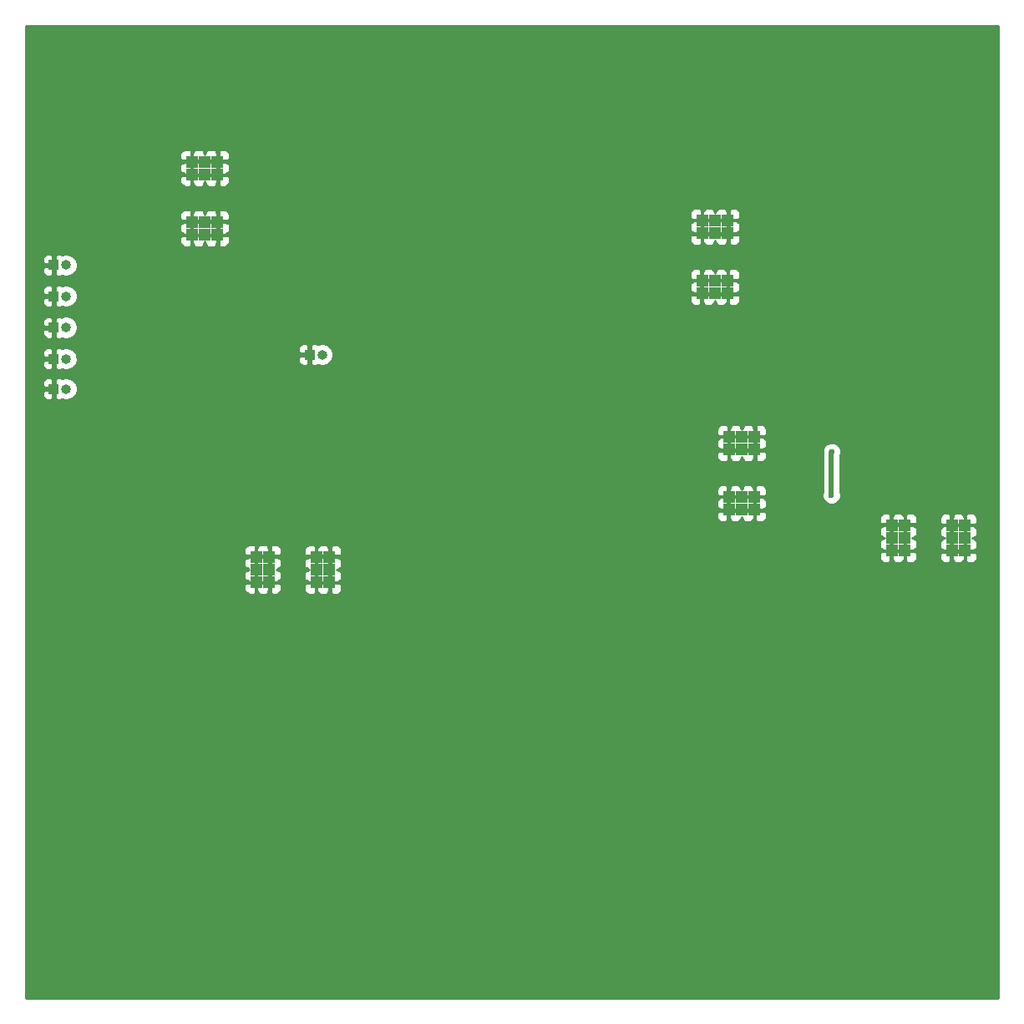
<source format=gbr>
G04 #@! TF.FileFunction,Copper,L2,Bot,Signal*
%FSLAX46Y46*%
G04 Gerber Fmt 4.6, Leading zero omitted, Abs format (unit mm)*
G04 Created by KiCad (PCBNEW 4.0.7) date 11/09/17 22:03:18*
%MOMM*%
%LPD*%
G01*
G04 APERTURE LIST*
%ADD10C,0.100000*%
%ADD11R,1.270000X1.270000*%
%ADD12R,1.000000X1.000000*%
%ADD13O,1.000000X1.000000*%
%ADD14C,0.600000*%
%ADD15C,0.508000*%
%ADD16C,0.250000*%
%ADD17C,0.254000*%
G04 APERTURE END LIST*
D10*
D11*
X113247800Y-98196400D03*
X114517800Y-98196400D03*
X111977800Y-98196400D03*
X111977800Y-96926400D03*
X113247800Y-96926400D03*
X114517800Y-96926400D03*
X114543200Y-90830400D03*
X113273200Y-90830400D03*
X112003200Y-90830400D03*
X112003200Y-92100400D03*
X114543200Y-92100400D03*
X113273200Y-92100400D03*
X167692700Y-118757700D03*
X166422700Y-118757700D03*
X168962700Y-118757700D03*
X168962700Y-120027700D03*
X167692700Y-120027700D03*
X166422700Y-120027700D03*
X166397300Y-126123700D03*
X167667300Y-126123700D03*
X168937300Y-126123700D03*
X168937300Y-124853700D03*
X166397300Y-124853700D03*
X167667300Y-124853700D03*
X164962200Y-104165400D03*
X166232200Y-104165400D03*
X163692200Y-104165400D03*
X163692200Y-102895400D03*
X164962200Y-102895400D03*
X166232200Y-102895400D03*
X166257600Y-96799400D03*
X164987600Y-96799400D03*
X163717600Y-96799400D03*
X163717600Y-98069400D03*
X166257600Y-98069400D03*
X164987600Y-98069400D03*
X182904760Y-128971040D03*
X182904760Y-130241040D03*
X182904760Y-127701040D03*
X184174760Y-127701040D03*
X184174760Y-128971040D03*
X184174760Y-130241040D03*
X190270760Y-130266440D03*
X190270760Y-128996440D03*
X190270760Y-127726440D03*
X189000760Y-127726440D03*
X189000760Y-130266440D03*
X189000760Y-128996440D03*
X125884300Y-132181600D03*
X125884300Y-130911600D03*
X125884300Y-133451600D03*
X124614300Y-133451600D03*
X124614300Y-132181600D03*
X124614300Y-130911600D03*
X118518300Y-130886200D03*
X118518300Y-132156200D03*
X118518300Y-133426200D03*
X119788300Y-133426200D03*
X119788300Y-130886200D03*
X119788300Y-132156200D03*
D12*
X97931600Y-104470200D03*
D13*
X99201600Y-104470200D03*
D12*
X97931600Y-113868200D03*
D13*
X99201600Y-113868200D03*
D12*
X97931600Y-107645200D03*
D13*
X99201600Y-107645200D03*
D12*
X97931600Y-110820200D03*
D13*
X99201600Y-110820200D03*
D12*
X123885320Y-110388400D03*
D13*
X125155320Y-110388400D03*
D12*
X97946840Y-101325680D03*
D13*
X99216840Y-101325680D03*
D14*
X113715800Y-114655600D03*
X104978200Y-117436900D03*
X102476300Y-117436900D03*
X130594100Y-83680300D03*
X130238500Y-85826600D03*
X129997200Y-84734400D03*
X136996800Y-81051400D03*
X102158800Y-153301700D03*
X103378000Y-154178000D03*
X103911400Y-154889200D03*
X102146100Y-155968700D03*
X116763800Y-129819400D03*
X114477800Y-132232400D03*
X112039400Y-130238500D03*
X159842200Y-117881400D03*
X158013400Y-115620800D03*
X154914600Y-119697500D03*
X152095200Y-119697500D03*
X153352500Y-119697500D03*
X150850600Y-119367300D03*
X172732700Y-155143200D03*
X172173900Y-154444700D03*
X171805600Y-153314400D03*
X172097700Y-156235400D03*
X173812200Y-154952700D03*
X176364900Y-137312400D03*
X178625500Y-138823700D03*
X181000400Y-137337800D03*
X173202600Y-108534200D03*
X174828200Y-106451400D03*
X173228000Y-104622600D03*
X147675600Y-94564200D03*
X145491200Y-92684600D03*
X142824200Y-92710000D03*
X140487400Y-98831400D03*
X138582400Y-100558600D03*
X140512800Y-102235000D03*
X141325600Y-97332800D03*
X144373600Y-97409000D03*
X142951200Y-102031800D03*
X121742200Y-102590600D03*
X121666000Y-98475800D03*
X123190000Y-100634800D03*
X103494200Y-92186760D03*
X129859400Y-116230400D03*
X133923400Y-111658400D03*
X134939400Y-108610400D03*
X151195400Y-102133400D03*
X101271700Y-86484460D03*
X104256200Y-90335100D03*
X98109400Y-89024460D03*
X97398200Y-91310460D03*
X176784000Y-124637800D03*
X176809400Y-120218200D03*
D15*
X130175000Y-85852000D02*
X130213100Y-85852000D01*
X130213100Y-85852000D02*
X130238500Y-85826600D01*
X137096500Y-80975200D02*
X137071100Y-80975200D01*
X136994900Y-81051400D02*
X137071100Y-80975200D01*
X136994900Y-81051400D02*
X136996800Y-81051400D01*
X102120700Y-153339800D02*
X102120700Y-153352500D01*
X102158800Y-153301700D02*
X102120700Y-153339800D01*
X103378000Y-154178000D02*
X103403400Y-154152600D01*
X103403400Y-154152600D02*
X103492300Y-154152600D01*
X103949500Y-154927300D02*
X103962200Y-154927300D01*
X103911400Y-154889200D02*
X103949500Y-154927300D01*
X116903500Y-129959100D02*
X116903500Y-130009900D01*
X116763800Y-129819400D02*
X116903500Y-129959100D01*
X114439700Y-132270500D02*
X114427000Y-132270500D01*
X114477800Y-132232400D02*
X114439700Y-132270500D01*
X159854900Y-117894100D02*
X159880300Y-117894100D01*
X159842200Y-117881400D02*
X159854900Y-117894100D01*
X158013400Y-115620800D02*
X158013400Y-115608100D01*
X154927300Y-119710200D02*
X154927300Y-119735600D01*
X154914600Y-119697500D02*
X154927300Y-119710200D01*
X152095200Y-119697500D02*
X152107900Y-119697500D01*
X153365200Y-119608600D02*
X153365200Y-119684800D01*
X153365200Y-119684800D02*
X153352500Y-119697500D01*
X172072300Y-156210000D02*
X172034200Y-156210000D01*
X172097700Y-156235400D02*
X172072300Y-156210000D01*
X176364900Y-137312400D02*
X176364900Y-137299700D01*
X178663600Y-138861800D02*
X178790600Y-138861800D01*
X178625500Y-138823700D02*
X178663600Y-138861800D01*
X141325600Y-97332800D02*
X141401800Y-97332800D01*
X144373600Y-97409000D02*
X144424400Y-97409000D01*
D16*
X121742200Y-100685600D02*
X121742200Y-102590600D01*
X123190000Y-100634800D02*
X123215400Y-100660200D01*
D15*
X176784000Y-120243600D02*
X176784000Y-124637800D01*
X176809400Y-120218200D02*
X176784000Y-120243600D01*
D17*
G36*
X193680000Y-175650000D02*
X95100000Y-175650000D01*
X95100000Y-133711950D01*
X117248300Y-133711950D01*
X117248300Y-134187509D01*
X117344973Y-134420898D01*
X117523601Y-134599527D01*
X117756990Y-134696200D01*
X118232550Y-134696200D01*
X118391300Y-134537450D01*
X118391300Y-133711950D01*
X118518300Y-133711950D01*
X118518300Y-134187509D01*
X118614973Y-134420898D01*
X118645300Y-134451225D01*
X118645300Y-134537450D01*
X118804050Y-134696200D01*
X119502550Y-134696200D01*
X119661300Y-134537450D01*
X119661300Y-134451225D01*
X119691627Y-134420898D01*
X119788300Y-134187509D01*
X119788300Y-133711950D01*
X119661300Y-133584950D01*
X119661300Y-133553200D01*
X119915300Y-133553200D01*
X119915300Y-134537450D01*
X120074050Y-134696200D01*
X120549610Y-134696200D01*
X120782999Y-134599527D01*
X120961627Y-134420898D01*
X121058300Y-134187509D01*
X121058300Y-133737350D01*
X123344300Y-133737350D01*
X123344300Y-134212909D01*
X123440973Y-134446298D01*
X123619601Y-134624927D01*
X123852990Y-134721600D01*
X124328550Y-134721600D01*
X124487300Y-134562850D01*
X124487300Y-133737350D01*
X124614300Y-133737350D01*
X124614300Y-134212909D01*
X124710973Y-134446298D01*
X124741300Y-134476625D01*
X124741300Y-134562850D01*
X124900050Y-134721600D01*
X125598550Y-134721600D01*
X125757300Y-134562850D01*
X125757300Y-134476625D01*
X125787627Y-134446298D01*
X125884300Y-134212909D01*
X125884300Y-133737350D01*
X125757300Y-133610350D01*
X125757300Y-133578600D01*
X126011300Y-133578600D01*
X126011300Y-134562850D01*
X126170050Y-134721600D01*
X126645610Y-134721600D01*
X126878999Y-134624927D01*
X127057627Y-134446298D01*
X127154300Y-134212909D01*
X127154300Y-133737350D01*
X126995550Y-133578600D01*
X126011300Y-133578600D01*
X125757300Y-133578600D01*
X124741300Y-133578600D01*
X124741300Y-133610350D01*
X124614300Y-133737350D01*
X124487300Y-133737350D01*
X124487300Y-133578600D01*
X123503050Y-133578600D01*
X123344300Y-133737350D01*
X121058300Y-133737350D01*
X121058300Y-133711950D01*
X120899550Y-133553200D01*
X119915300Y-133553200D01*
X119661300Y-133553200D01*
X118645300Y-133553200D01*
X118645300Y-133584950D01*
X118518300Y-133711950D01*
X118391300Y-133711950D01*
X118391300Y-133553200D01*
X117407050Y-133553200D01*
X117248300Y-133711950D01*
X95100000Y-133711950D01*
X95100000Y-131171950D01*
X117248300Y-131171950D01*
X117248300Y-131870450D01*
X117407050Y-132029200D01*
X117493274Y-132029200D01*
X117523601Y-132059527D01*
X117756990Y-132156200D01*
X117523601Y-132252873D01*
X117493274Y-132283200D01*
X117407050Y-132283200D01*
X117248300Y-132441950D01*
X117248300Y-133140450D01*
X117407050Y-133299200D01*
X117493274Y-133299200D01*
X117523601Y-133329527D01*
X117756990Y-133426200D01*
X118232550Y-133426200D01*
X118359550Y-133299200D01*
X118391300Y-133299200D01*
X118391300Y-132283200D01*
X118359550Y-132283200D01*
X118232550Y-132156200D01*
X118359550Y-132029200D01*
X118391300Y-132029200D01*
X118391300Y-131171950D01*
X118518300Y-131171950D01*
X118518300Y-131870450D01*
X118645300Y-131997450D01*
X118645300Y-132029200D01*
X118677050Y-132029200D01*
X118804050Y-132156200D01*
X118677050Y-132283200D01*
X118645300Y-132283200D01*
X118645300Y-132314950D01*
X118518300Y-132441950D01*
X118518300Y-133140450D01*
X118645300Y-133267450D01*
X118645300Y-133299200D01*
X118677050Y-133299200D01*
X118804050Y-133426200D01*
X119502550Y-133426200D01*
X119629550Y-133299200D01*
X119661300Y-133299200D01*
X119661300Y-133267450D01*
X119788300Y-133140450D01*
X119788300Y-132441950D01*
X119661300Y-132314950D01*
X119661300Y-132283200D01*
X119629550Y-132283200D01*
X119502550Y-132156200D01*
X119629550Y-132029200D01*
X119661300Y-132029200D01*
X119661300Y-131997450D01*
X119788300Y-131870450D01*
X119788300Y-131171950D01*
X119661300Y-131044950D01*
X119661300Y-131013200D01*
X119915300Y-131013200D01*
X119915300Y-132029200D01*
X119947050Y-132029200D01*
X120074050Y-132156200D01*
X119947050Y-132283200D01*
X119915300Y-132283200D01*
X119915300Y-133299200D01*
X119947050Y-133299200D01*
X120074050Y-133426200D01*
X120549610Y-133426200D01*
X120782999Y-133329527D01*
X120813326Y-133299200D01*
X120899550Y-133299200D01*
X121058300Y-133140450D01*
X121058300Y-132441950D01*
X120899550Y-132283200D01*
X120813326Y-132283200D01*
X120782999Y-132252873D01*
X120549610Y-132156200D01*
X120782999Y-132059527D01*
X120813326Y-132029200D01*
X120899550Y-132029200D01*
X121058300Y-131870450D01*
X121058300Y-131197350D01*
X123344300Y-131197350D01*
X123344300Y-131895850D01*
X123503050Y-132054600D01*
X123589274Y-132054600D01*
X123619601Y-132084927D01*
X123852990Y-132181600D01*
X123619601Y-132278273D01*
X123589274Y-132308600D01*
X123503050Y-132308600D01*
X123344300Y-132467350D01*
X123344300Y-133165850D01*
X123503050Y-133324600D01*
X123589274Y-133324600D01*
X123619601Y-133354927D01*
X123852990Y-133451600D01*
X124328550Y-133451600D01*
X124455550Y-133324600D01*
X124487300Y-133324600D01*
X124487300Y-132308600D01*
X124455550Y-132308600D01*
X124328550Y-132181600D01*
X124455550Y-132054600D01*
X124487300Y-132054600D01*
X124487300Y-131197350D01*
X124614300Y-131197350D01*
X124614300Y-131895850D01*
X124741300Y-132022850D01*
X124741300Y-132054600D01*
X124773050Y-132054600D01*
X124900050Y-132181600D01*
X124773050Y-132308600D01*
X124741300Y-132308600D01*
X124741300Y-132340350D01*
X124614300Y-132467350D01*
X124614300Y-133165850D01*
X124741300Y-133292850D01*
X124741300Y-133324600D01*
X124773050Y-133324600D01*
X124900050Y-133451600D01*
X125598550Y-133451600D01*
X125725550Y-133324600D01*
X125757300Y-133324600D01*
X125757300Y-133292850D01*
X125884300Y-133165850D01*
X125884300Y-132467350D01*
X125757300Y-132340350D01*
X125757300Y-132308600D01*
X125725550Y-132308600D01*
X125598550Y-132181600D01*
X125725550Y-132054600D01*
X125757300Y-132054600D01*
X125757300Y-132022850D01*
X125884300Y-131895850D01*
X125884300Y-131197350D01*
X125757300Y-131070350D01*
X125757300Y-131038600D01*
X126011300Y-131038600D01*
X126011300Y-132054600D01*
X126043050Y-132054600D01*
X126170050Y-132181600D01*
X126043050Y-132308600D01*
X126011300Y-132308600D01*
X126011300Y-133324600D01*
X126043050Y-133324600D01*
X126170050Y-133451600D01*
X126645610Y-133451600D01*
X126878999Y-133354927D01*
X126909326Y-133324600D01*
X126995550Y-133324600D01*
X127154300Y-133165850D01*
X127154300Y-132467350D01*
X126995550Y-132308600D01*
X126909326Y-132308600D01*
X126878999Y-132278273D01*
X126645610Y-132181600D01*
X126878999Y-132084927D01*
X126909326Y-132054600D01*
X126995550Y-132054600D01*
X127154300Y-131895850D01*
X127154300Y-131197350D01*
X126995550Y-131038600D01*
X126909326Y-131038600D01*
X126878999Y-131008273D01*
X126645610Y-130911600D01*
X126170050Y-130911600D01*
X126043050Y-131038600D01*
X126011300Y-131038600D01*
X125757300Y-131038600D01*
X125725550Y-131038600D01*
X125598550Y-130911600D01*
X124900050Y-130911600D01*
X124773050Y-131038600D01*
X124741300Y-131038600D01*
X124741300Y-131070350D01*
X124614300Y-131197350D01*
X124487300Y-131197350D01*
X124487300Y-131038600D01*
X124455550Y-131038600D01*
X124328550Y-130911600D01*
X123852990Y-130911600D01*
X123619601Y-131008273D01*
X123589274Y-131038600D01*
X123503050Y-131038600D01*
X123344300Y-131197350D01*
X121058300Y-131197350D01*
X121058300Y-131171950D01*
X120899550Y-131013200D01*
X120813326Y-131013200D01*
X120782999Y-130982873D01*
X120549610Y-130886200D01*
X120074050Y-130886200D01*
X119947050Y-131013200D01*
X119915300Y-131013200D01*
X119661300Y-131013200D01*
X119629550Y-131013200D01*
X119502550Y-130886200D01*
X118804050Y-130886200D01*
X118677050Y-131013200D01*
X118645300Y-131013200D01*
X118645300Y-131044950D01*
X118518300Y-131171950D01*
X118391300Y-131171950D01*
X118391300Y-131013200D01*
X118359550Y-131013200D01*
X118232550Y-130886200D01*
X117756990Y-130886200D01*
X117523601Y-130982873D01*
X117493274Y-131013200D01*
X117407050Y-131013200D01*
X117248300Y-131171950D01*
X95100000Y-131171950D01*
X95100000Y-130124891D01*
X117248300Y-130124891D01*
X117248300Y-130600450D01*
X117407050Y-130759200D01*
X118391300Y-130759200D01*
X118391300Y-130124891D01*
X118518300Y-130124891D01*
X118518300Y-130600450D01*
X118645300Y-130727450D01*
X118645300Y-130759200D01*
X119661300Y-130759200D01*
X119661300Y-130727450D01*
X119788300Y-130600450D01*
X119788300Y-130124891D01*
X119691627Y-129891502D01*
X119661300Y-129861175D01*
X119661300Y-129774950D01*
X119915300Y-129774950D01*
X119915300Y-130759200D01*
X120899550Y-130759200D01*
X121058300Y-130600450D01*
X121058300Y-130150291D01*
X123344300Y-130150291D01*
X123344300Y-130625850D01*
X123503050Y-130784600D01*
X124487300Y-130784600D01*
X124487300Y-130150291D01*
X124614300Y-130150291D01*
X124614300Y-130625850D01*
X124741300Y-130752850D01*
X124741300Y-130784600D01*
X125757300Y-130784600D01*
X125757300Y-130752850D01*
X125884300Y-130625850D01*
X125884300Y-130150291D01*
X125787627Y-129916902D01*
X125757300Y-129886575D01*
X125757300Y-129800350D01*
X126011300Y-129800350D01*
X126011300Y-130784600D01*
X126995550Y-130784600D01*
X127154300Y-130625850D01*
X127154300Y-130526790D01*
X181634760Y-130526790D01*
X181634760Y-131002349D01*
X181731433Y-131235738D01*
X181910061Y-131414367D01*
X182143450Y-131511040D01*
X182619010Y-131511040D01*
X182777760Y-131352290D01*
X182777760Y-130526790D01*
X182904760Y-130526790D01*
X182904760Y-131002349D01*
X183001433Y-131235738D01*
X183031760Y-131266065D01*
X183031760Y-131352290D01*
X183190510Y-131511040D01*
X183889010Y-131511040D01*
X184047760Y-131352290D01*
X184047760Y-131266065D01*
X184078087Y-131235738D01*
X184174760Y-131002349D01*
X184174760Y-130526790D01*
X184047760Y-130399790D01*
X184047760Y-130368040D01*
X184301760Y-130368040D01*
X184301760Y-131352290D01*
X184460510Y-131511040D01*
X184936070Y-131511040D01*
X185169459Y-131414367D01*
X185348087Y-131235738D01*
X185444760Y-131002349D01*
X185444760Y-130552190D01*
X187730760Y-130552190D01*
X187730760Y-131027749D01*
X187827433Y-131261138D01*
X188006061Y-131439767D01*
X188239450Y-131536440D01*
X188715010Y-131536440D01*
X188873760Y-131377690D01*
X188873760Y-130552190D01*
X189000760Y-130552190D01*
X189000760Y-131027749D01*
X189097433Y-131261138D01*
X189127760Y-131291465D01*
X189127760Y-131377690D01*
X189286510Y-131536440D01*
X189985010Y-131536440D01*
X190143760Y-131377690D01*
X190143760Y-131291465D01*
X190174087Y-131261138D01*
X190270760Y-131027749D01*
X190270760Y-130552190D01*
X190143760Y-130425190D01*
X190143760Y-130393440D01*
X190397760Y-130393440D01*
X190397760Y-131377690D01*
X190556510Y-131536440D01*
X191032070Y-131536440D01*
X191265459Y-131439767D01*
X191444087Y-131261138D01*
X191540760Y-131027749D01*
X191540760Y-130552190D01*
X191382010Y-130393440D01*
X190397760Y-130393440D01*
X190143760Y-130393440D01*
X189127760Y-130393440D01*
X189127760Y-130425190D01*
X189000760Y-130552190D01*
X188873760Y-130552190D01*
X188873760Y-130393440D01*
X187889510Y-130393440D01*
X187730760Y-130552190D01*
X185444760Y-130552190D01*
X185444760Y-130526790D01*
X185286010Y-130368040D01*
X184301760Y-130368040D01*
X184047760Y-130368040D01*
X183031760Y-130368040D01*
X183031760Y-130399790D01*
X182904760Y-130526790D01*
X182777760Y-130526790D01*
X182777760Y-130368040D01*
X181793510Y-130368040D01*
X181634760Y-130526790D01*
X127154300Y-130526790D01*
X127154300Y-130150291D01*
X127057627Y-129916902D01*
X126878999Y-129738273D01*
X126645610Y-129641600D01*
X126170050Y-129641600D01*
X126011300Y-129800350D01*
X125757300Y-129800350D01*
X125598550Y-129641600D01*
X124900050Y-129641600D01*
X124741300Y-129800350D01*
X124741300Y-129886575D01*
X124710973Y-129916902D01*
X124614300Y-130150291D01*
X124487300Y-130150291D01*
X124487300Y-129800350D01*
X124328550Y-129641600D01*
X123852990Y-129641600D01*
X123619601Y-129738273D01*
X123440973Y-129916902D01*
X123344300Y-130150291D01*
X121058300Y-130150291D01*
X121058300Y-130124891D01*
X120961627Y-129891502D01*
X120782999Y-129712873D01*
X120549610Y-129616200D01*
X120074050Y-129616200D01*
X119915300Y-129774950D01*
X119661300Y-129774950D01*
X119502550Y-129616200D01*
X118804050Y-129616200D01*
X118645300Y-129774950D01*
X118645300Y-129861175D01*
X118614973Y-129891502D01*
X118518300Y-130124891D01*
X118391300Y-130124891D01*
X118391300Y-129774950D01*
X118232550Y-129616200D01*
X117756990Y-129616200D01*
X117523601Y-129712873D01*
X117344973Y-129891502D01*
X117248300Y-130124891D01*
X95100000Y-130124891D01*
X95100000Y-127986790D01*
X181634760Y-127986790D01*
X181634760Y-128685290D01*
X181793510Y-128844040D01*
X181879734Y-128844040D01*
X181910061Y-128874367D01*
X182143450Y-128971040D01*
X181910061Y-129067713D01*
X181879734Y-129098040D01*
X181793510Y-129098040D01*
X181634760Y-129256790D01*
X181634760Y-129955290D01*
X181793510Y-130114040D01*
X181879734Y-130114040D01*
X181910061Y-130144367D01*
X182143450Y-130241040D01*
X182619010Y-130241040D01*
X182746010Y-130114040D01*
X182777760Y-130114040D01*
X182777760Y-129098040D01*
X182746010Y-129098040D01*
X182619010Y-128971040D01*
X182746010Y-128844040D01*
X182777760Y-128844040D01*
X182777760Y-127986790D01*
X182904760Y-127986790D01*
X182904760Y-128685290D01*
X183031760Y-128812290D01*
X183031760Y-128844040D01*
X183063510Y-128844040D01*
X183190510Y-128971040D01*
X183063510Y-129098040D01*
X183031760Y-129098040D01*
X183031760Y-129129790D01*
X182904760Y-129256790D01*
X182904760Y-129955290D01*
X183031760Y-130082290D01*
X183031760Y-130114040D01*
X183063510Y-130114040D01*
X183190510Y-130241040D01*
X183889010Y-130241040D01*
X184016010Y-130114040D01*
X184047760Y-130114040D01*
X184047760Y-130082290D01*
X184174760Y-129955290D01*
X184174760Y-129256790D01*
X184047760Y-129129790D01*
X184047760Y-129098040D01*
X184016010Y-129098040D01*
X183889010Y-128971040D01*
X184016010Y-128844040D01*
X184047760Y-128844040D01*
X184047760Y-128812290D01*
X184174760Y-128685290D01*
X184174760Y-127986790D01*
X184047760Y-127859790D01*
X184047760Y-127828040D01*
X184301760Y-127828040D01*
X184301760Y-128844040D01*
X184333510Y-128844040D01*
X184460510Y-128971040D01*
X184333510Y-129098040D01*
X184301760Y-129098040D01*
X184301760Y-130114040D01*
X184333510Y-130114040D01*
X184460510Y-130241040D01*
X184936070Y-130241040D01*
X185169459Y-130144367D01*
X185199786Y-130114040D01*
X185286010Y-130114040D01*
X185444760Y-129955290D01*
X185444760Y-129256790D01*
X185286010Y-129098040D01*
X185199786Y-129098040D01*
X185169459Y-129067713D01*
X184936070Y-128971040D01*
X185169459Y-128874367D01*
X185199786Y-128844040D01*
X185286010Y-128844040D01*
X185444760Y-128685290D01*
X185444760Y-128012190D01*
X187730760Y-128012190D01*
X187730760Y-128710690D01*
X187889510Y-128869440D01*
X187975734Y-128869440D01*
X188006061Y-128899767D01*
X188239450Y-128996440D01*
X188006061Y-129093113D01*
X187975734Y-129123440D01*
X187889510Y-129123440D01*
X187730760Y-129282190D01*
X187730760Y-129980690D01*
X187889510Y-130139440D01*
X187975734Y-130139440D01*
X188006061Y-130169767D01*
X188239450Y-130266440D01*
X188715010Y-130266440D01*
X188842010Y-130139440D01*
X188873760Y-130139440D01*
X188873760Y-129123440D01*
X188842010Y-129123440D01*
X188715010Y-128996440D01*
X188842010Y-128869440D01*
X188873760Y-128869440D01*
X188873760Y-128012190D01*
X189000760Y-128012190D01*
X189000760Y-128710690D01*
X189127760Y-128837690D01*
X189127760Y-128869440D01*
X189159510Y-128869440D01*
X189286510Y-128996440D01*
X189159510Y-129123440D01*
X189127760Y-129123440D01*
X189127760Y-129155190D01*
X189000760Y-129282190D01*
X189000760Y-129980690D01*
X189127760Y-130107690D01*
X189127760Y-130139440D01*
X189159510Y-130139440D01*
X189286510Y-130266440D01*
X189985010Y-130266440D01*
X190112010Y-130139440D01*
X190143760Y-130139440D01*
X190143760Y-130107690D01*
X190270760Y-129980690D01*
X190270760Y-129282190D01*
X190143760Y-129155190D01*
X190143760Y-129123440D01*
X190112010Y-129123440D01*
X189985010Y-128996440D01*
X190112010Y-128869440D01*
X190143760Y-128869440D01*
X190143760Y-128837690D01*
X190270760Y-128710690D01*
X190270760Y-128012190D01*
X190143760Y-127885190D01*
X190143760Y-127853440D01*
X190397760Y-127853440D01*
X190397760Y-128869440D01*
X190429510Y-128869440D01*
X190556510Y-128996440D01*
X190429510Y-129123440D01*
X190397760Y-129123440D01*
X190397760Y-130139440D01*
X190429510Y-130139440D01*
X190556510Y-130266440D01*
X191032070Y-130266440D01*
X191265459Y-130169767D01*
X191295786Y-130139440D01*
X191382010Y-130139440D01*
X191540760Y-129980690D01*
X191540760Y-129282190D01*
X191382010Y-129123440D01*
X191295786Y-129123440D01*
X191265459Y-129093113D01*
X191032070Y-128996440D01*
X191265459Y-128899767D01*
X191295786Y-128869440D01*
X191382010Y-128869440D01*
X191540760Y-128710690D01*
X191540760Y-128012190D01*
X191382010Y-127853440D01*
X191295786Y-127853440D01*
X191265459Y-127823113D01*
X191032070Y-127726440D01*
X190556510Y-127726440D01*
X190429510Y-127853440D01*
X190397760Y-127853440D01*
X190143760Y-127853440D01*
X190112010Y-127853440D01*
X189985010Y-127726440D01*
X189286510Y-127726440D01*
X189159510Y-127853440D01*
X189127760Y-127853440D01*
X189127760Y-127885190D01*
X189000760Y-128012190D01*
X188873760Y-128012190D01*
X188873760Y-127853440D01*
X188842010Y-127853440D01*
X188715010Y-127726440D01*
X188239450Y-127726440D01*
X188006061Y-127823113D01*
X187975734Y-127853440D01*
X187889510Y-127853440D01*
X187730760Y-128012190D01*
X185444760Y-128012190D01*
X185444760Y-127986790D01*
X185286010Y-127828040D01*
X185199786Y-127828040D01*
X185169459Y-127797713D01*
X184936070Y-127701040D01*
X184460510Y-127701040D01*
X184333510Y-127828040D01*
X184301760Y-127828040D01*
X184047760Y-127828040D01*
X184016010Y-127828040D01*
X183889010Y-127701040D01*
X183190510Y-127701040D01*
X183063510Y-127828040D01*
X183031760Y-127828040D01*
X183031760Y-127859790D01*
X182904760Y-127986790D01*
X182777760Y-127986790D01*
X182777760Y-127828040D01*
X182746010Y-127828040D01*
X182619010Y-127701040D01*
X182143450Y-127701040D01*
X181910061Y-127797713D01*
X181879734Y-127828040D01*
X181793510Y-127828040D01*
X181634760Y-127986790D01*
X95100000Y-127986790D01*
X95100000Y-126409450D01*
X165127300Y-126409450D01*
X165127300Y-126885010D01*
X165223973Y-127118399D01*
X165402602Y-127297027D01*
X165635991Y-127393700D01*
X166111550Y-127393700D01*
X166270300Y-127234950D01*
X166270300Y-126409450D01*
X166397300Y-126409450D01*
X166397300Y-126885010D01*
X166493973Y-127118399D01*
X166524300Y-127148726D01*
X166524300Y-127234950D01*
X166683050Y-127393700D01*
X167381550Y-127393700D01*
X167540300Y-127234950D01*
X167540300Y-127148726D01*
X167570627Y-127118399D01*
X167667300Y-126885010D01*
X167763973Y-127118399D01*
X167794300Y-127148726D01*
X167794300Y-127234950D01*
X167953050Y-127393700D01*
X168651550Y-127393700D01*
X168810300Y-127234950D01*
X168810300Y-127148726D01*
X168840627Y-127118399D01*
X168937300Y-126885010D01*
X168937300Y-126409450D01*
X168810300Y-126282450D01*
X168810300Y-126250700D01*
X169064300Y-126250700D01*
X169064300Y-127234950D01*
X169223050Y-127393700D01*
X169698609Y-127393700D01*
X169931998Y-127297027D01*
X170110627Y-127118399D01*
X170184633Y-126939731D01*
X181634760Y-126939731D01*
X181634760Y-127415290D01*
X181793510Y-127574040D01*
X182777760Y-127574040D01*
X182777760Y-126939731D01*
X182904760Y-126939731D01*
X182904760Y-127415290D01*
X183031760Y-127542290D01*
X183031760Y-127574040D01*
X184047760Y-127574040D01*
X184047760Y-127542290D01*
X184174760Y-127415290D01*
X184174760Y-126939731D01*
X184078087Y-126706342D01*
X184047760Y-126676015D01*
X184047760Y-126589790D01*
X184301760Y-126589790D01*
X184301760Y-127574040D01*
X185286010Y-127574040D01*
X185444760Y-127415290D01*
X185444760Y-126965131D01*
X187730760Y-126965131D01*
X187730760Y-127440690D01*
X187889510Y-127599440D01*
X188873760Y-127599440D01*
X188873760Y-126965131D01*
X189000760Y-126965131D01*
X189000760Y-127440690D01*
X189127760Y-127567690D01*
X189127760Y-127599440D01*
X190143760Y-127599440D01*
X190143760Y-127567690D01*
X190270760Y-127440690D01*
X190270760Y-126965131D01*
X190174087Y-126731742D01*
X190143760Y-126701415D01*
X190143760Y-126615190D01*
X190397760Y-126615190D01*
X190397760Y-127599440D01*
X191382010Y-127599440D01*
X191540760Y-127440690D01*
X191540760Y-126965131D01*
X191444087Y-126731742D01*
X191265459Y-126553113D01*
X191032070Y-126456440D01*
X190556510Y-126456440D01*
X190397760Y-126615190D01*
X190143760Y-126615190D01*
X189985010Y-126456440D01*
X189286510Y-126456440D01*
X189127760Y-126615190D01*
X189127760Y-126701415D01*
X189097433Y-126731742D01*
X189000760Y-126965131D01*
X188873760Y-126965131D01*
X188873760Y-126615190D01*
X188715010Y-126456440D01*
X188239450Y-126456440D01*
X188006061Y-126553113D01*
X187827433Y-126731742D01*
X187730760Y-126965131D01*
X185444760Y-126965131D01*
X185444760Y-126939731D01*
X185348087Y-126706342D01*
X185169459Y-126527713D01*
X184936070Y-126431040D01*
X184460510Y-126431040D01*
X184301760Y-126589790D01*
X184047760Y-126589790D01*
X183889010Y-126431040D01*
X183190510Y-126431040D01*
X183031760Y-126589790D01*
X183031760Y-126676015D01*
X183001433Y-126706342D01*
X182904760Y-126939731D01*
X182777760Y-126939731D01*
X182777760Y-126589790D01*
X182619010Y-126431040D01*
X182143450Y-126431040D01*
X181910061Y-126527713D01*
X181731433Y-126706342D01*
X181634760Y-126939731D01*
X170184633Y-126939731D01*
X170207300Y-126885010D01*
X170207300Y-126409450D01*
X170048550Y-126250700D01*
X169064300Y-126250700D01*
X168810300Y-126250700D01*
X167794300Y-126250700D01*
X167794300Y-126282450D01*
X167667300Y-126409450D01*
X167540300Y-126282450D01*
X167540300Y-126250700D01*
X166524300Y-126250700D01*
X166524300Y-126282450D01*
X166397300Y-126409450D01*
X166270300Y-126409450D01*
X166270300Y-126250700D01*
X165286050Y-126250700D01*
X165127300Y-126409450D01*
X95100000Y-126409450D01*
X95100000Y-125139450D01*
X165127300Y-125139450D01*
X165127300Y-125837950D01*
X165286050Y-125996700D01*
X165372275Y-125996700D01*
X165402602Y-126027027D01*
X165635991Y-126123700D01*
X166111550Y-126123700D01*
X166238550Y-125996700D01*
X166270300Y-125996700D01*
X166270300Y-125139450D01*
X166397300Y-125139450D01*
X166397300Y-125837950D01*
X166524300Y-125964950D01*
X166524300Y-125996700D01*
X166556050Y-125996700D01*
X166683050Y-126123700D01*
X167381550Y-126123700D01*
X167508550Y-125996700D01*
X167540300Y-125996700D01*
X167540300Y-125964950D01*
X167667300Y-125837950D01*
X167794300Y-125964950D01*
X167794300Y-125996700D01*
X167826050Y-125996700D01*
X167953050Y-126123700D01*
X168651550Y-126123700D01*
X168778550Y-125996700D01*
X168810300Y-125996700D01*
X168810300Y-125964950D01*
X168937300Y-125837950D01*
X168937300Y-125139450D01*
X168810300Y-125012450D01*
X168810300Y-124980700D01*
X169064300Y-124980700D01*
X169064300Y-125996700D01*
X169096050Y-125996700D01*
X169223050Y-126123700D01*
X169698609Y-126123700D01*
X169931998Y-126027027D01*
X169962325Y-125996700D01*
X170048550Y-125996700D01*
X170207300Y-125837950D01*
X170207300Y-125139450D01*
X170048550Y-124980700D01*
X169962325Y-124980700D01*
X169931998Y-124950373D01*
X169698609Y-124853700D01*
X169223050Y-124853700D01*
X169096050Y-124980700D01*
X169064300Y-124980700D01*
X168810300Y-124980700D01*
X168778550Y-124980700D01*
X168651550Y-124853700D01*
X167953050Y-124853700D01*
X167826050Y-124980700D01*
X167794300Y-124980700D01*
X167794300Y-125012450D01*
X167667300Y-125139450D01*
X167540300Y-125012450D01*
X167540300Y-124980700D01*
X167508550Y-124980700D01*
X167381550Y-124853700D01*
X166683050Y-124853700D01*
X166556050Y-124980700D01*
X166524300Y-124980700D01*
X166524300Y-125012450D01*
X166397300Y-125139450D01*
X166270300Y-125139450D01*
X166270300Y-124980700D01*
X166238550Y-124980700D01*
X166111550Y-124853700D01*
X165635991Y-124853700D01*
X165402602Y-124950373D01*
X165372275Y-124980700D01*
X165286050Y-124980700D01*
X165127300Y-125139450D01*
X95100000Y-125139450D01*
X95100000Y-124822967D01*
X175848838Y-124822967D01*
X175990883Y-125166743D01*
X176253673Y-125429992D01*
X176597201Y-125572638D01*
X176969167Y-125572962D01*
X177312943Y-125430917D01*
X177576192Y-125168127D01*
X177718838Y-124824599D01*
X177719162Y-124452633D01*
X177673000Y-124340912D01*
X177673000Y-120576558D01*
X177744238Y-120404999D01*
X177744562Y-120033033D01*
X177602517Y-119689257D01*
X177339727Y-119426008D01*
X176996199Y-119283362D01*
X176624233Y-119283038D01*
X176280457Y-119425083D01*
X176017208Y-119687873D01*
X175874562Y-120031401D01*
X175874238Y-120403367D01*
X175895000Y-120453615D01*
X175895000Y-124340611D01*
X175849162Y-124451001D01*
X175848838Y-124822967D01*
X95100000Y-124822967D01*
X95100000Y-124092390D01*
X165127300Y-124092390D01*
X165127300Y-124567950D01*
X165286050Y-124726700D01*
X166270300Y-124726700D01*
X166270300Y-124092390D01*
X166397300Y-124092390D01*
X166397300Y-124567950D01*
X166524300Y-124694950D01*
X166524300Y-124726700D01*
X167540300Y-124726700D01*
X167540300Y-124694950D01*
X167667300Y-124567950D01*
X167794300Y-124694950D01*
X167794300Y-124726700D01*
X168810300Y-124726700D01*
X168810300Y-124694950D01*
X168937300Y-124567950D01*
X168937300Y-124092390D01*
X168840627Y-123859001D01*
X168810300Y-123828674D01*
X168810300Y-123742450D01*
X169064300Y-123742450D01*
X169064300Y-124726700D01*
X170048550Y-124726700D01*
X170207300Y-124567950D01*
X170207300Y-124092390D01*
X170110627Y-123859001D01*
X169931998Y-123680373D01*
X169698609Y-123583700D01*
X169223050Y-123583700D01*
X169064300Y-123742450D01*
X168810300Y-123742450D01*
X168651550Y-123583700D01*
X167953050Y-123583700D01*
X167794300Y-123742450D01*
X167794300Y-123828674D01*
X167763973Y-123859001D01*
X167667300Y-124092390D01*
X167570627Y-123859001D01*
X167540300Y-123828674D01*
X167540300Y-123742450D01*
X167381550Y-123583700D01*
X166683050Y-123583700D01*
X166524300Y-123742450D01*
X166524300Y-123828674D01*
X166493973Y-123859001D01*
X166397300Y-124092390D01*
X166270300Y-124092390D01*
X166270300Y-123742450D01*
X166111550Y-123583700D01*
X165635991Y-123583700D01*
X165402602Y-123680373D01*
X165223973Y-123859001D01*
X165127300Y-124092390D01*
X95100000Y-124092390D01*
X95100000Y-120313450D01*
X165152700Y-120313450D01*
X165152700Y-120789010D01*
X165249373Y-121022399D01*
X165428002Y-121201027D01*
X165661391Y-121297700D01*
X166136950Y-121297700D01*
X166295700Y-121138950D01*
X166295700Y-120313450D01*
X166422700Y-120313450D01*
X166422700Y-120789010D01*
X166519373Y-121022399D01*
X166549700Y-121052726D01*
X166549700Y-121138950D01*
X166708450Y-121297700D01*
X167406950Y-121297700D01*
X167565700Y-121138950D01*
X167565700Y-121052726D01*
X167596027Y-121022399D01*
X167692700Y-120789010D01*
X167789373Y-121022399D01*
X167819700Y-121052726D01*
X167819700Y-121138950D01*
X167978450Y-121297700D01*
X168676950Y-121297700D01*
X168835700Y-121138950D01*
X168835700Y-121052726D01*
X168866027Y-121022399D01*
X168962700Y-120789010D01*
X168962700Y-120313450D01*
X168835700Y-120186450D01*
X168835700Y-120154700D01*
X169089700Y-120154700D01*
X169089700Y-121138950D01*
X169248450Y-121297700D01*
X169724009Y-121297700D01*
X169957398Y-121201027D01*
X170136027Y-121022399D01*
X170232700Y-120789010D01*
X170232700Y-120313450D01*
X170073950Y-120154700D01*
X169089700Y-120154700D01*
X168835700Y-120154700D01*
X167819700Y-120154700D01*
X167819700Y-120186450D01*
X167692700Y-120313450D01*
X167565700Y-120186450D01*
X167565700Y-120154700D01*
X166549700Y-120154700D01*
X166549700Y-120186450D01*
X166422700Y-120313450D01*
X166295700Y-120313450D01*
X166295700Y-120154700D01*
X165311450Y-120154700D01*
X165152700Y-120313450D01*
X95100000Y-120313450D01*
X95100000Y-119043450D01*
X165152700Y-119043450D01*
X165152700Y-119741950D01*
X165311450Y-119900700D01*
X165397675Y-119900700D01*
X165428002Y-119931027D01*
X165661391Y-120027700D01*
X166136950Y-120027700D01*
X166263950Y-119900700D01*
X166295700Y-119900700D01*
X166295700Y-119043450D01*
X166422700Y-119043450D01*
X166422700Y-119741950D01*
X166549700Y-119868950D01*
X166549700Y-119900700D01*
X166581450Y-119900700D01*
X166708450Y-120027700D01*
X167406950Y-120027700D01*
X167533950Y-119900700D01*
X167565700Y-119900700D01*
X167565700Y-119868950D01*
X167692700Y-119741950D01*
X167819700Y-119868950D01*
X167819700Y-119900700D01*
X167851450Y-119900700D01*
X167978450Y-120027700D01*
X168676950Y-120027700D01*
X168803950Y-119900700D01*
X168835700Y-119900700D01*
X168835700Y-119868950D01*
X168962700Y-119741950D01*
X168962700Y-119043450D01*
X168835700Y-118916450D01*
X168835700Y-118884700D01*
X169089700Y-118884700D01*
X169089700Y-119900700D01*
X169121450Y-119900700D01*
X169248450Y-120027700D01*
X169724009Y-120027700D01*
X169957398Y-119931027D01*
X169987725Y-119900700D01*
X170073950Y-119900700D01*
X170232700Y-119741950D01*
X170232700Y-119043450D01*
X170073950Y-118884700D01*
X169987725Y-118884700D01*
X169957398Y-118854373D01*
X169724009Y-118757700D01*
X169248450Y-118757700D01*
X169121450Y-118884700D01*
X169089700Y-118884700D01*
X168835700Y-118884700D01*
X168803950Y-118884700D01*
X168676950Y-118757700D01*
X167978450Y-118757700D01*
X167851450Y-118884700D01*
X167819700Y-118884700D01*
X167819700Y-118916450D01*
X167692700Y-119043450D01*
X167565700Y-118916450D01*
X167565700Y-118884700D01*
X167533950Y-118884700D01*
X167406950Y-118757700D01*
X166708450Y-118757700D01*
X166581450Y-118884700D01*
X166549700Y-118884700D01*
X166549700Y-118916450D01*
X166422700Y-119043450D01*
X166295700Y-119043450D01*
X166295700Y-118884700D01*
X166263950Y-118884700D01*
X166136950Y-118757700D01*
X165661391Y-118757700D01*
X165428002Y-118854373D01*
X165397675Y-118884700D01*
X165311450Y-118884700D01*
X165152700Y-119043450D01*
X95100000Y-119043450D01*
X95100000Y-117996390D01*
X165152700Y-117996390D01*
X165152700Y-118471950D01*
X165311450Y-118630700D01*
X166295700Y-118630700D01*
X166295700Y-117996390D01*
X166422700Y-117996390D01*
X166422700Y-118471950D01*
X166549700Y-118598950D01*
X166549700Y-118630700D01*
X167565700Y-118630700D01*
X167565700Y-118598950D01*
X167692700Y-118471950D01*
X167819700Y-118598950D01*
X167819700Y-118630700D01*
X168835700Y-118630700D01*
X168835700Y-118598950D01*
X168962700Y-118471950D01*
X168962700Y-117996390D01*
X168866027Y-117763001D01*
X168835700Y-117732674D01*
X168835700Y-117646450D01*
X169089700Y-117646450D01*
X169089700Y-118630700D01*
X170073950Y-118630700D01*
X170232700Y-118471950D01*
X170232700Y-117996390D01*
X170136027Y-117763001D01*
X169957398Y-117584373D01*
X169724009Y-117487700D01*
X169248450Y-117487700D01*
X169089700Y-117646450D01*
X168835700Y-117646450D01*
X168676950Y-117487700D01*
X167978450Y-117487700D01*
X167819700Y-117646450D01*
X167819700Y-117732674D01*
X167789373Y-117763001D01*
X167692700Y-117996390D01*
X167596027Y-117763001D01*
X167565700Y-117732674D01*
X167565700Y-117646450D01*
X167406950Y-117487700D01*
X166708450Y-117487700D01*
X166549700Y-117646450D01*
X166549700Y-117732674D01*
X166519373Y-117763001D01*
X166422700Y-117996390D01*
X166295700Y-117996390D01*
X166295700Y-117646450D01*
X166136950Y-117487700D01*
X165661391Y-117487700D01*
X165428002Y-117584373D01*
X165249373Y-117763001D01*
X165152700Y-117996390D01*
X95100000Y-117996390D01*
X95100000Y-114153950D01*
X96796600Y-114153950D01*
X96796600Y-114494509D01*
X96893273Y-114727898D01*
X97071901Y-114906527D01*
X97305290Y-115003200D01*
X97645850Y-115003200D01*
X97804600Y-114844450D01*
X97804600Y-113995200D01*
X96955350Y-113995200D01*
X96796600Y-114153950D01*
X95100000Y-114153950D01*
X95100000Y-113241891D01*
X96796600Y-113241891D01*
X96796600Y-113582450D01*
X96955350Y-113741200D01*
X97804600Y-113741200D01*
X97804600Y-112891950D01*
X98058600Y-112891950D01*
X98058600Y-113741200D01*
X98078600Y-113741200D01*
X98078600Y-113785636D01*
X98066600Y-113845964D01*
X98066600Y-113890436D01*
X98078600Y-113950764D01*
X98078600Y-113995200D01*
X98058600Y-113995200D01*
X98058600Y-114844450D01*
X98217350Y-115003200D01*
X98557910Y-115003200D01*
X98746418Y-114925117D01*
X98767254Y-114939039D01*
X99201600Y-115025436D01*
X99635946Y-114939039D01*
X100004166Y-114693002D01*
X100250203Y-114324782D01*
X100336600Y-113890436D01*
X100336600Y-113845964D01*
X100250203Y-113411618D01*
X100004166Y-113043398D01*
X99635946Y-112797361D01*
X99201600Y-112710964D01*
X98767254Y-112797361D01*
X98746418Y-112811283D01*
X98557910Y-112733200D01*
X98217350Y-112733200D01*
X98058600Y-112891950D01*
X97804600Y-112891950D01*
X97645850Y-112733200D01*
X97305290Y-112733200D01*
X97071901Y-112829873D01*
X96893273Y-113008502D01*
X96796600Y-113241891D01*
X95100000Y-113241891D01*
X95100000Y-111105950D01*
X96796600Y-111105950D01*
X96796600Y-111446509D01*
X96893273Y-111679898D01*
X97071901Y-111858527D01*
X97305290Y-111955200D01*
X97645850Y-111955200D01*
X97804600Y-111796450D01*
X97804600Y-110947200D01*
X96955350Y-110947200D01*
X96796600Y-111105950D01*
X95100000Y-111105950D01*
X95100000Y-110193891D01*
X96796600Y-110193891D01*
X96796600Y-110534450D01*
X96955350Y-110693200D01*
X97804600Y-110693200D01*
X97804600Y-109843950D01*
X98058600Y-109843950D01*
X98058600Y-110693200D01*
X98078600Y-110693200D01*
X98078600Y-110737636D01*
X98066600Y-110797964D01*
X98066600Y-110842436D01*
X98078600Y-110902764D01*
X98078600Y-110947200D01*
X98058600Y-110947200D01*
X98058600Y-111796450D01*
X98217350Y-111955200D01*
X98557910Y-111955200D01*
X98746418Y-111877117D01*
X98767254Y-111891039D01*
X99201600Y-111977436D01*
X99635946Y-111891039D01*
X100004166Y-111645002D01*
X100250203Y-111276782D01*
X100336600Y-110842436D01*
X100336600Y-110797964D01*
X100311972Y-110674150D01*
X122750320Y-110674150D01*
X122750320Y-111014709D01*
X122846993Y-111248098D01*
X123025621Y-111426727D01*
X123259010Y-111523400D01*
X123599570Y-111523400D01*
X123758320Y-111364650D01*
X123758320Y-110515400D01*
X122909070Y-110515400D01*
X122750320Y-110674150D01*
X100311972Y-110674150D01*
X100250203Y-110363618D01*
X100004166Y-109995398D01*
X99654998Y-109762091D01*
X122750320Y-109762091D01*
X122750320Y-110102650D01*
X122909070Y-110261400D01*
X123758320Y-110261400D01*
X123758320Y-109412150D01*
X124012320Y-109412150D01*
X124012320Y-110261400D01*
X124032320Y-110261400D01*
X124032320Y-110305836D01*
X124020320Y-110366164D01*
X124020320Y-110410636D01*
X124032320Y-110470964D01*
X124032320Y-110515400D01*
X124012320Y-110515400D01*
X124012320Y-111364650D01*
X124171070Y-111523400D01*
X124511630Y-111523400D01*
X124700138Y-111445317D01*
X124720974Y-111459239D01*
X125155320Y-111545636D01*
X125589666Y-111459239D01*
X125957886Y-111213202D01*
X126203923Y-110844982D01*
X126290320Y-110410636D01*
X126290320Y-110366164D01*
X126203923Y-109931818D01*
X125957886Y-109563598D01*
X125589666Y-109317561D01*
X125155320Y-109231164D01*
X124720974Y-109317561D01*
X124700138Y-109331483D01*
X124511630Y-109253400D01*
X124171070Y-109253400D01*
X124012320Y-109412150D01*
X123758320Y-109412150D01*
X123599570Y-109253400D01*
X123259010Y-109253400D01*
X123025621Y-109350073D01*
X122846993Y-109528702D01*
X122750320Y-109762091D01*
X99654998Y-109762091D01*
X99635946Y-109749361D01*
X99201600Y-109662964D01*
X98767254Y-109749361D01*
X98746418Y-109763283D01*
X98557910Y-109685200D01*
X98217350Y-109685200D01*
X98058600Y-109843950D01*
X97804600Y-109843950D01*
X97645850Y-109685200D01*
X97305290Y-109685200D01*
X97071901Y-109781873D01*
X96893273Y-109960502D01*
X96796600Y-110193891D01*
X95100000Y-110193891D01*
X95100000Y-107930950D01*
X96796600Y-107930950D01*
X96796600Y-108271509D01*
X96893273Y-108504898D01*
X97071901Y-108683527D01*
X97305290Y-108780200D01*
X97645850Y-108780200D01*
X97804600Y-108621450D01*
X97804600Y-107772200D01*
X96955350Y-107772200D01*
X96796600Y-107930950D01*
X95100000Y-107930950D01*
X95100000Y-107018891D01*
X96796600Y-107018891D01*
X96796600Y-107359450D01*
X96955350Y-107518200D01*
X97804600Y-107518200D01*
X97804600Y-106668950D01*
X98058600Y-106668950D01*
X98058600Y-107518200D01*
X98078600Y-107518200D01*
X98078600Y-107562636D01*
X98066600Y-107622964D01*
X98066600Y-107667436D01*
X98078600Y-107727764D01*
X98078600Y-107772200D01*
X98058600Y-107772200D01*
X98058600Y-108621450D01*
X98217350Y-108780200D01*
X98557910Y-108780200D01*
X98746418Y-108702117D01*
X98767254Y-108716039D01*
X99201600Y-108802436D01*
X99635946Y-108716039D01*
X100004166Y-108470002D01*
X100250203Y-108101782D01*
X100336600Y-107667436D01*
X100336600Y-107622964D01*
X100250203Y-107188618D01*
X100004166Y-106820398D01*
X99635946Y-106574361D01*
X99201600Y-106487964D01*
X98767254Y-106574361D01*
X98746418Y-106588283D01*
X98557910Y-106510200D01*
X98217350Y-106510200D01*
X98058600Y-106668950D01*
X97804600Y-106668950D01*
X97645850Y-106510200D01*
X97305290Y-106510200D01*
X97071901Y-106606873D01*
X96893273Y-106785502D01*
X96796600Y-107018891D01*
X95100000Y-107018891D01*
X95100000Y-104755950D01*
X96796600Y-104755950D01*
X96796600Y-105096509D01*
X96893273Y-105329898D01*
X97071901Y-105508527D01*
X97305290Y-105605200D01*
X97645850Y-105605200D01*
X97804600Y-105446450D01*
X97804600Y-104597200D01*
X96955350Y-104597200D01*
X96796600Y-104755950D01*
X95100000Y-104755950D01*
X95100000Y-103843891D01*
X96796600Y-103843891D01*
X96796600Y-104184450D01*
X96955350Y-104343200D01*
X97804600Y-104343200D01*
X97804600Y-103493950D01*
X98058600Y-103493950D01*
X98058600Y-104343200D01*
X98078600Y-104343200D01*
X98078600Y-104387636D01*
X98066600Y-104447964D01*
X98066600Y-104492436D01*
X98078600Y-104552764D01*
X98078600Y-104597200D01*
X98058600Y-104597200D01*
X98058600Y-105446450D01*
X98217350Y-105605200D01*
X98557910Y-105605200D01*
X98746418Y-105527117D01*
X98767254Y-105541039D01*
X99201600Y-105627436D01*
X99635946Y-105541039D01*
X100004166Y-105295002D01*
X100250203Y-104926782D01*
X100336600Y-104492436D01*
X100336600Y-104451150D01*
X162422200Y-104451150D01*
X162422200Y-104926710D01*
X162518873Y-105160099D01*
X162697502Y-105338727D01*
X162930891Y-105435400D01*
X163406450Y-105435400D01*
X163565200Y-105276650D01*
X163565200Y-104451150D01*
X163692200Y-104451150D01*
X163692200Y-104926710D01*
X163788873Y-105160099D01*
X163819200Y-105190426D01*
X163819200Y-105276650D01*
X163977950Y-105435400D01*
X164676450Y-105435400D01*
X164835200Y-105276650D01*
X164835200Y-105190426D01*
X164865527Y-105160099D01*
X164962200Y-104926710D01*
X165058873Y-105160099D01*
X165089200Y-105190426D01*
X165089200Y-105276650D01*
X165247950Y-105435400D01*
X165946450Y-105435400D01*
X166105200Y-105276650D01*
X166105200Y-105190426D01*
X166135527Y-105160099D01*
X166232200Y-104926710D01*
X166232200Y-104451150D01*
X166105200Y-104324150D01*
X166105200Y-104292400D01*
X166359200Y-104292400D01*
X166359200Y-105276650D01*
X166517950Y-105435400D01*
X166993509Y-105435400D01*
X167226898Y-105338727D01*
X167405527Y-105160099D01*
X167502200Y-104926710D01*
X167502200Y-104451150D01*
X167343450Y-104292400D01*
X166359200Y-104292400D01*
X166105200Y-104292400D01*
X165089200Y-104292400D01*
X165089200Y-104324150D01*
X164962200Y-104451150D01*
X164835200Y-104324150D01*
X164835200Y-104292400D01*
X163819200Y-104292400D01*
X163819200Y-104324150D01*
X163692200Y-104451150D01*
X163565200Y-104451150D01*
X163565200Y-104292400D01*
X162580950Y-104292400D01*
X162422200Y-104451150D01*
X100336600Y-104451150D01*
X100336600Y-104447964D01*
X100250203Y-104013618D01*
X100004166Y-103645398D01*
X99635946Y-103399361D01*
X99201600Y-103312964D01*
X98767254Y-103399361D01*
X98746418Y-103413283D01*
X98557910Y-103335200D01*
X98217350Y-103335200D01*
X98058600Y-103493950D01*
X97804600Y-103493950D01*
X97645850Y-103335200D01*
X97305290Y-103335200D01*
X97071901Y-103431873D01*
X96893273Y-103610502D01*
X96796600Y-103843891D01*
X95100000Y-103843891D01*
X95100000Y-103181150D01*
X162422200Y-103181150D01*
X162422200Y-103879650D01*
X162580950Y-104038400D01*
X162667175Y-104038400D01*
X162697502Y-104068727D01*
X162930891Y-104165400D01*
X163406450Y-104165400D01*
X163533450Y-104038400D01*
X163565200Y-104038400D01*
X163565200Y-103181150D01*
X163692200Y-103181150D01*
X163692200Y-103879650D01*
X163819200Y-104006650D01*
X163819200Y-104038400D01*
X163850950Y-104038400D01*
X163977950Y-104165400D01*
X164676450Y-104165400D01*
X164803450Y-104038400D01*
X164835200Y-104038400D01*
X164835200Y-104006650D01*
X164962200Y-103879650D01*
X165089200Y-104006650D01*
X165089200Y-104038400D01*
X165120950Y-104038400D01*
X165247950Y-104165400D01*
X165946450Y-104165400D01*
X166073450Y-104038400D01*
X166105200Y-104038400D01*
X166105200Y-104006650D01*
X166232200Y-103879650D01*
X166232200Y-103181150D01*
X166105200Y-103054150D01*
X166105200Y-103022400D01*
X166359200Y-103022400D01*
X166359200Y-104038400D01*
X166390950Y-104038400D01*
X166517950Y-104165400D01*
X166993509Y-104165400D01*
X167226898Y-104068727D01*
X167257225Y-104038400D01*
X167343450Y-104038400D01*
X167502200Y-103879650D01*
X167502200Y-103181150D01*
X167343450Y-103022400D01*
X167257225Y-103022400D01*
X167226898Y-102992073D01*
X166993509Y-102895400D01*
X166517950Y-102895400D01*
X166390950Y-103022400D01*
X166359200Y-103022400D01*
X166105200Y-103022400D01*
X166073450Y-103022400D01*
X165946450Y-102895400D01*
X165247950Y-102895400D01*
X165120950Y-103022400D01*
X165089200Y-103022400D01*
X165089200Y-103054150D01*
X164962200Y-103181150D01*
X164835200Y-103054150D01*
X164835200Y-103022400D01*
X164803450Y-103022400D01*
X164676450Y-102895400D01*
X163977950Y-102895400D01*
X163850950Y-103022400D01*
X163819200Y-103022400D01*
X163819200Y-103054150D01*
X163692200Y-103181150D01*
X163565200Y-103181150D01*
X163565200Y-103022400D01*
X163533450Y-103022400D01*
X163406450Y-102895400D01*
X162930891Y-102895400D01*
X162697502Y-102992073D01*
X162667175Y-103022400D01*
X162580950Y-103022400D01*
X162422200Y-103181150D01*
X95100000Y-103181150D01*
X95100000Y-101611430D01*
X96811840Y-101611430D01*
X96811840Y-101951989D01*
X96908513Y-102185378D01*
X97087141Y-102364007D01*
X97320530Y-102460680D01*
X97661090Y-102460680D01*
X97819840Y-102301930D01*
X97819840Y-101452680D01*
X96970590Y-101452680D01*
X96811840Y-101611430D01*
X95100000Y-101611430D01*
X95100000Y-100699371D01*
X96811840Y-100699371D01*
X96811840Y-101039930D01*
X96970590Y-101198680D01*
X97819840Y-101198680D01*
X97819840Y-100349430D01*
X98073840Y-100349430D01*
X98073840Y-101198680D01*
X98093840Y-101198680D01*
X98093840Y-101243116D01*
X98081840Y-101303444D01*
X98081840Y-101347916D01*
X98093840Y-101408244D01*
X98093840Y-101452680D01*
X98073840Y-101452680D01*
X98073840Y-102301930D01*
X98232590Y-102460680D01*
X98573150Y-102460680D01*
X98761658Y-102382597D01*
X98782494Y-102396519D01*
X99216840Y-102482916D01*
X99651186Y-102396519D01*
X100019406Y-102150482D01*
X100030358Y-102134090D01*
X162422200Y-102134090D01*
X162422200Y-102609650D01*
X162580950Y-102768400D01*
X163565200Y-102768400D01*
X163565200Y-102134090D01*
X163692200Y-102134090D01*
X163692200Y-102609650D01*
X163819200Y-102736650D01*
X163819200Y-102768400D01*
X164835200Y-102768400D01*
X164835200Y-102736650D01*
X164962200Y-102609650D01*
X165089200Y-102736650D01*
X165089200Y-102768400D01*
X166105200Y-102768400D01*
X166105200Y-102736650D01*
X166232200Y-102609650D01*
X166232200Y-102134090D01*
X166135527Y-101900701D01*
X166105200Y-101870374D01*
X166105200Y-101784150D01*
X166359200Y-101784150D01*
X166359200Y-102768400D01*
X167343450Y-102768400D01*
X167502200Y-102609650D01*
X167502200Y-102134090D01*
X167405527Y-101900701D01*
X167226898Y-101722073D01*
X166993509Y-101625400D01*
X166517950Y-101625400D01*
X166359200Y-101784150D01*
X166105200Y-101784150D01*
X165946450Y-101625400D01*
X165247950Y-101625400D01*
X165089200Y-101784150D01*
X165089200Y-101870374D01*
X165058873Y-101900701D01*
X164962200Y-102134090D01*
X164865527Y-101900701D01*
X164835200Y-101870374D01*
X164835200Y-101784150D01*
X164676450Y-101625400D01*
X163977950Y-101625400D01*
X163819200Y-101784150D01*
X163819200Y-101870374D01*
X163788873Y-101900701D01*
X163692200Y-102134090D01*
X163565200Y-102134090D01*
X163565200Y-101784150D01*
X163406450Y-101625400D01*
X162930891Y-101625400D01*
X162697502Y-101722073D01*
X162518873Y-101900701D01*
X162422200Y-102134090D01*
X100030358Y-102134090D01*
X100265443Y-101782262D01*
X100351840Y-101347916D01*
X100351840Y-101303444D01*
X100265443Y-100869098D01*
X100019406Y-100500878D01*
X99651186Y-100254841D01*
X99216840Y-100168444D01*
X98782494Y-100254841D01*
X98761658Y-100268763D01*
X98573150Y-100190680D01*
X98232590Y-100190680D01*
X98073840Y-100349430D01*
X97819840Y-100349430D01*
X97661090Y-100190680D01*
X97320530Y-100190680D01*
X97087141Y-100287353D01*
X96908513Y-100465982D01*
X96811840Y-100699371D01*
X95100000Y-100699371D01*
X95100000Y-98482150D01*
X110707800Y-98482150D01*
X110707800Y-98957710D01*
X110804473Y-99191099D01*
X110983102Y-99369727D01*
X111216491Y-99466400D01*
X111692050Y-99466400D01*
X111850800Y-99307650D01*
X111850800Y-98482150D01*
X111977800Y-98482150D01*
X111977800Y-98957710D01*
X112074473Y-99191099D01*
X112104800Y-99221426D01*
X112104800Y-99307650D01*
X112263550Y-99466400D01*
X112962050Y-99466400D01*
X113120800Y-99307650D01*
X113120800Y-99221426D01*
X113151127Y-99191099D01*
X113247800Y-98957710D01*
X113344473Y-99191099D01*
X113374800Y-99221426D01*
X113374800Y-99307650D01*
X113533550Y-99466400D01*
X114232050Y-99466400D01*
X114390800Y-99307650D01*
X114390800Y-99221426D01*
X114421127Y-99191099D01*
X114517800Y-98957710D01*
X114517800Y-98482150D01*
X114390800Y-98355150D01*
X114390800Y-98323400D01*
X114644800Y-98323400D01*
X114644800Y-99307650D01*
X114803550Y-99466400D01*
X115279109Y-99466400D01*
X115512498Y-99369727D01*
X115691127Y-99191099D01*
X115787800Y-98957710D01*
X115787800Y-98482150D01*
X115660800Y-98355150D01*
X162447600Y-98355150D01*
X162447600Y-98830710D01*
X162544273Y-99064099D01*
X162722902Y-99242727D01*
X162956291Y-99339400D01*
X163431850Y-99339400D01*
X163590600Y-99180650D01*
X163590600Y-98355150D01*
X163717600Y-98355150D01*
X163717600Y-98830710D01*
X163814273Y-99064099D01*
X163844600Y-99094426D01*
X163844600Y-99180650D01*
X164003350Y-99339400D01*
X164701850Y-99339400D01*
X164860600Y-99180650D01*
X164860600Y-99094426D01*
X164890927Y-99064099D01*
X164987600Y-98830710D01*
X165084273Y-99064099D01*
X165114600Y-99094426D01*
X165114600Y-99180650D01*
X165273350Y-99339400D01*
X165971850Y-99339400D01*
X166130600Y-99180650D01*
X166130600Y-99094426D01*
X166160927Y-99064099D01*
X166257600Y-98830710D01*
X166257600Y-98355150D01*
X166130600Y-98228150D01*
X166130600Y-98196400D01*
X166384600Y-98196400D01*
X166384600Y-99180650D01*
X166543350Y-99339400D01*
X167018909Y-99339400D01*
X167252298Y-99242727D01*
X167430927Y-99064099D01*
X167527600Y-98830710D01*
X167527600Y-98355150D01*
X167368850Y-98196400D01*
X166384600Y-98196400D01*
X166130600Y-98196400D01*
X165114600Y-98196400D01*
X165114600Y-98228150D01*
X164987600Y-98355150D01*
X164860600Y-98228150D01*
X164860600Y-98196400D01*
X163844600Y-98196400D01*
X163844600Y-98228150D01*
X163717600Y-98355150D01*
X163590600Y-98355150D01*
X163590600Y-98196400D01*
X162606350Y-98196400D01*
X162447600Y-98355150D01*
X115660800Y-98355150D01*
X115629050Y-98323400D01*
X114644800Y-98323400D01*
X114390800Y-98323400D01*
X113374800Y-98323400D01*
X113374800Y-98355150D01*
X113247800Y-98482150D01*
X113120800Y-98355150D01*
X113120800Y-98323400D01*
X112104800Y-98323400D01*
X112104800Y-98355150D01*
X111977800Y-98482150D01*
X111850800Y-98482150D01*
X111850800Y-98323400D01*
X110866550Y-98323400D01*
X110707800Y-98482150D01*
X95100000Y-98482150D01*
X95100000Y-97212150D01*
X110707800Y-97212150D01*
X110707800Y-97910650D01*
X110866550Y-98069400D01*
X110952775Y-98069400D01*
X110983102Y-98099727D01*
X111216491Y-98196400D01*
X111692050Y-98196400D01*
X111819050Y-98069400D01*
X111850800Y-98069400D01*
X111850800Y-97212150D01*
X111977800Y-97212150D01*
X111977800Y-97910650D01*
X112104800Y-98037650D01*
X112104800Y-98069400D01*
X112136550Y-98069400D01*
X112263550Y-98196400D01*
X112962050Y-98196400D01*
X113089050Y-98069400D01*
X113120800Y-98069400D01*
X113120800Y-98037650D01*
X113247800Y-97910650D01*
X113374800Y-98037650D01*
X113374800Y-98069400D01*
X113406550Y-98069400D01*
X113533550Y-98196400D01*
X114232050Y-98196400D01*
X114359050Y-98069400D01*
X114390800Y-98069400D01*
X114390800Y-98037650D01*
X114517800Y-97910650D01*
X114517800Y-97212150D01*
X114390800Y-97085150D01*
X114390800Y-97053400D01*
X114644800Y-97053400D01*
X114644800Y-98069400D01*
X114676550Y-98069400D01*
X114803550Y-98196400D01*
X115279109Y-98196400D01*
X115512498Y-98099727D01*
X115542825Y-98069400D01*
X115629050Y-98069400D01*
X115787800Y-97910650D01*
X115787800Y-97212150D01*
X115660800Y-97085150D01*
X162447600Y-97085150D01*
X162447600Y-97783650D01*
X162606350Y-97942400D01*
X162692575Y-97942400D01*
X162722902Y-97972727D01*
X162956291Y-98069400D01*
X163431850Y-98069400D01*
X163558850Y-97942400D01*
X163590600Y-97942400D01*
X163590600Y-97085150D01*
X163717600Y-97085150D01*
X163717600Y-97783650D01*
X163844600Y-97910650D01*
X163844600Y-97942400D01*
X163876350Y-97942400D01*
X164003350Y-98069400D01*
X164701850Y-98069400D01*
X164828850Y-97942400D01*
X164860600Y-97942400D01*
X164860600Y-97910650D01*
X164987600Y-97783650D01*
X165114600Y-97910650D01*
X165114600Y-97942400D01*
X165146350Y-97942400D01*
X165273350Y-98069400D01*
X165971850Y-98069400D01*
X166098850Y-97942400D01*
X166130600Y-97942400D01*
X166130600Y-97910650D01*
X166257600Y-97783650D01*
X166257600Y-97085150D01*
X166130600Y-96958150D01*
X166130600Y-96926400D01*
X166384600Y-96926400D01*
X166384600Y-97942400D01*
X166416350Y-97942400D01*
X166543350Y-98069400D01*
X167018909Y-98069400D01*
X167252298Y-97972727D01*
X167282625Y-97942400D01*
X167368850Y-97942400D01*
X167527600Y-97783650D01*
X167527600Y-97085150D01*
X167368850Y-96926400D01*
X167282625Y-96926400D01*
X167252298Y-96896073D01*
X167018909Y-96799400D01*
X166543350Y-96799400D01*
X166416350Y-96926400D01*
X166384600Y-96926400D01*
X166130600Y-96926400D01*
X166098850Y-96926400D01*
X165971850Y-96799400D01*
X165273350Y-96799400D01*
X165146350Y-96926400D01*
X165114600Y-96926400D01*
X165114600Y-96958150D01*
X164987600Y-97085150D01*
X164860600Y-96958150D01*
X164860600Y-96926400D01*
X164828850Y-96926400D01*
X164701850Y-96799400D01*
X164003350Y-96799400D01*
X163876350Y-96926400D01*
X163844600Y-96926400D01*
X163844600Y-96958150D01*
X163717600Y-97085150D01*
X163590600Y-97085150D01*
X163590600Y-96926400D01*
X163558850Y-96926400D01*
X163431850Y-96799400D01*
X162956291Y-96799400D01*
X162722902Y-96896073D01*
X162692575Y-96926400D01*
X162606350Y-96926400D01*
X162447600Y-97085150D01*
X115660800Y-97085150D01*
X115629050Y-97053400D01*
X115542825Y-97053400D01*
X115512498Y-97023073D01*
X115279109Y-96926400D01*
X114803550Y-96926400D01*
X114676550Y-97053400D01*
X114644800Y-97053400D01*
X114390800Y-97053400D01*
X114359050Y-97053400D01*
X114232050Y-96926400D01*
X113533550Y-96926400D01*
X113406550Y-97053400D01*
X113374800Y-97053400D01*
X113374800Y-97085150D01*
X113247800Y-97212150D01*
X113120800Y-97085150D01*
X113120800Y-97053400D01*
X113089050Y-97053400D01*
X112962050Y-96926400D01*
X112263550Y-96926400D01*
X112136550Y-97053400D01*
X112104800Y-97053400D01*
X112104800Y-97085150D01*
X111977800Y-97212150D01*
X111850800Y-97212150D01*
X111850800Y-97053400D01*
X111819050Y-97053400D01*
X111692050Y-96926400D01*
X111216491Y-96926400D01*
X110983102Y-97023073D01*
X110952775Y-97053400D01*
X110866550Y-97053400D01*
X110707800Y-97212150D01*
X95100000Y-97212150D01*
X95100000Y-96165090D01*
X110707800Y-96165090D01*
X110707800Y-96640650D01*
X110866550Y-96799400D01*
X111850800Y-96799400D01*
X111850800Y-96165090D01*
X111977800Y-96165090D01*
X111977800Y-96640650D01*
X112104800Y-96767650D01*
X112104800Y-96799400D01*
X113120800Y-96799400D01*
X113120800Y-96767650D01*
X113247800Y-96640650D01*
X113374800Y-96767650D01*
X113374800Y-96799400D01*
X114390800Y-96799400D01*
X114390800Y-96767650D01*
X114517800Y-96640650D01*
X114517800Y-96165090D01*
X114421127Y-95931701D01*
X114390800Y-95901374D01*
X114390800Y-95815150D01*
X114644800Y-95815150D01*
X114644800Y-96799400D01*
X115629050Y-96799400D01*
X115787800Y-96640650D01*
X115787800Y-96165090D01*
X115735195Y-96038090D01*
X162447600Y-96038090D01*
X162447600Y-96513650D01*
X162606350Y-96672400D01*
X163590600Y-96672400D01*
X163590600Y-96038090D01*
X163717600Y-96038090D01*
X163717600Y-96513650D01*
X163844600Y-96640650D01*
X163844600Y-96672400D01*
X164860600Y-96672400D01*
X164860600Y-96640650D01*
X164987600Y-96513650D01*
X165114600Y-96640650D01*
X165114600Y-96672400D01*
X166130600Y-96672400D01*
X166130600Y-96640650D01*
X166257600Y-96513650D01*
X166257600Y-96038090D01*
X166160927Y-95804701D01*
X166130600Y-95774374D01*
X166130600Y-95688150D01*
X166384600Y-95688150D01*
X166384600Y-96672400D01*
X167368850Y-96672400D01*
X167527600Y-96513650D01*
X167527600Y-96038090D01*
X167430927Y-95804701D01*
X167252298Y-95626073D01*
X167018909Y-95529400D01*
X166543350Y-95529400D01*
X166384600Y-95688150D01*
X166130600Y-95688150D01*
X165971850Y-95529400D01*
X165273350Y-95529400D01*
X165114600Y-95688150D01*
X165114600Y-95774374D01*
X165084273Y-95804701D01*
X164987600Y-96038090D01*
X164890927Y-95804701D01*
X164860600Y-95774374D01*
X164860600Y-95688150D01*
X164701850Y-95529400D01*
X164003350Y-95529400D01*
X163844600Y-95688150D01*
X163844600Y-95774374D01*
X163814273Y-95804701D01*
X163717600Y-96038090D01*
X163590600Y-96038090D01*
X163590600Y-95688150D01*
X163431850Y-95529400D01*
X162956291Y-95529400D01*
X162722902Y-95626073D01*
X162544273Y-95804701D01*
X162447600Y-96038090D01*
X115735195Y-96038090D01*
X115691127Y-95931701D01*
X115512498Y-95753073D01*
X115279109Y-95656400D01*
X114803550Y-95656400D01*
X114644800Y-95815150D01*
X114390800Y-95815150D01*
X114232050Y-95656400D01*
X113533550Y-95656400D01*
X113374800Y-95815150D01*
X113374800Y-95901374D01*
X113344473Y-95931701D01*
X113247800Y-96165090D01*
X113151127Y-95931701D01*
X113120800Y-95901374D01*
X113120800Y-95815150D01*
X112962050Y-95656400D01*
X112263550Y-95656400D01*
X112104800Y-95815150D01*
X112104800Y-95901374D01*
X112074473Y-95931701D01*
X111977800Y-96165090D01*
X111850800Y-96165090D01*
X111850800Y-95815150D01*
X111692050Y-95656400D01*
X111216491Y-95656400D01*
X110983102Y-95753073D01*
X110804473Y-95931701D01*
X110707800Y-96165090D01*
X95100000Y-96165090D01*
X95100000Y-92386150D01*
X110733200Y-92386150D01*
X110733200Y-92861710D01*
X110829873Y-93095099D01*
X111008502Y-93273727D01*
X111241891Y-93370400D01*
X111717450Y-93370400D01*
X111876200Y-93211650D01*
X111876200Y-92386150D01*
X112003200Y-92386150D01*
X112003200Y-92861710D01*
X112099873Y-93095099D01*
X112130200Y-93125426D01*
X112130200Y-93211650D01*
X112288950Y-93370400D01*
X112987450Y-93370400D01*
X113146200Y-93211650D01*
X113146200Y-93125426D01*
X113176527Y-93095099D01*
X113273200Y-92861710D01*
X113369873Y-93095099D01*
X113400200Y-93125426D01*
X113400200Y-93211650D01*
X113558950Y-93370400D01*
X114257450Y-93370400D01*
X114416200Y-93211650D01*
X114416200Y-93125426D01*
X114446527Y-93095099D01*
X114543200Y-92861710D01*
X114543200Y-92386150D01*
X114416200Y-92259150D01*
X114416200Y-92227400D01*
X114670200Y-92227400D01*
X114670200Y-93211650D01*
X114828950Y-93370400D01*
X115304509Y-93370400D01*
X115537898Y-93273727D01*
X115716527Y-93095099D01*
X115813200Y-92861710D01*
X115813200Y-92386150D01*
X115654450Y-92227400D01*
X114670200Y-92227400D01*
X114416200Y-92227400D01*
X113400200Y-92227400D01*
X113400200Y-92259150D01*
X113273200Y-92386150D01*
X113146200Y-92259150D01*
X113146200Y-92227400D01*
X112130200Y-92227400D01*
X112130200Y-92259150D01*
X112003200Y-92386150D01*
X111876200Y-92386150D01*
X111876200Y-92227400D01*
X110891950Y-92227400D01*
X110733200Y-92386150D01*
X95100000Y-92386150D01*
X95100000Y-91116150D01*
X110733200Y-91116150D01*
X110733200Y-91814650D01*
X110891950Y-91973400D01*
X110978175Y-91973400D01*
X111008502Y-92003727D01*
X111241891Y-92100400D01*
X111717450Y-92100400D01*
X111844450Y-91973400D01*
X111876200Y-91973400D01*
X111876200Y-91116150D01*
X112003200Y-91116150D01*
X112003200Y-91814650D01*
X112130200Y-91941650D01*
X112130200Y-91973400D01*
X112161950Y-91973400D01*
X112288950Y-92100400D01*
X112987450Y-92100400D01*
X113114450Y-91973400D01*
X113146200Y-91973400D01*
X113146200Y-91941650D01*
X113273200Y-91814650D01*
X113400200Y-91941650D01*
X113400200Y-91973400D01*
X113431950Y-91973400D01*
X113558950Y-92100400D01*
X114257450Y-92100400D01*
X114384450Y-91973400D01*
X114416200Y-91973400D01*
X114416200Y-91941650D01*
X114543200Y-91814650D01*
X114543200Y-91116150D01*
X114416200Y-90989150D01*
X114416200Y-90957400D01*
X114670200Y-90957400D01*
X114670200Y-91973400D01*
X114701950Y-91973400D01*
X114828950Y-92100400D01*
X115304509Y-92100400D01*
X115537898Y-92003727D01*
X115568225Y-91973400D01*
X115654450Y-91973400D01*
X115813200Y-91814650D01*
X115813200Y-91116150D01*
X115654450Y-90957400D01*
X115568225Y-90957400D01*
X115537898Y-90927073D01*
X115304509Y-90830400D01*
X114828950Y-90830400D01*
X114701950Y-90957400D01*
X114670200Y-90957400D01*
X114416200Y-90957400D01*
X114384450Y-90957400D01*
X114257450Y-90830400D01*
X113558950Y-90830400D01*
X113431950Y-90957400D01*
X113400200Y-90957400D01*
X113400200Y-90989150D01*
X113273200Y-91116150D01*
X113146200Y-90989150D01*
X113146200Y-90957400D01*
X113114450Y-90957400D01*
X112987450Y-90830400D01*
X112288950Y-90830400D01*
X112161950Y-90957400D01*
X112130200Y-90957400D01*
X112130200Y-90989150D01*
X112003200Y-91116150D01*
X111876200Y-91116150D01*
X111876200Y-90957400D01*
X111844450Y-90957400D01*
X111717450Y-90830400D01*
X111241891Y-90830400D01*
X111008502Y-90927073D01*
X110978175Y-90957400D01*
X110891950Y-90957400D01*
X110733200Y-91116150D01*
X95100000Y-91116150D01*
X95100000Y-90069090D01*
X110733200Y-90069090D01*
X110733200Y-90544650D01*
X110891950Y-90703400D01*
X111876200Y-90703400D01*
X111876200Y-90069090D01*
X112003200Y-90069090D01*
X112003200Y-90544650D01*
X112130200Y-90671650D01*
X112130200Y-90703400D01*
X113146200Y-90703400D01*
X113146200Y-90671650D01*
X113273200Y-90544650D01*
X113400200Y-90671650D01*
X113400200Y-90703400D01*
X114416200Y-90703400D01*
X114416200Y-90671650D01*
X114543200Y-90544650D01*
X114543200Y-90069090D01*
X114446527Y-89835701D01*
X114416200Y-89805374D01*
X114416200Y-89719150D01*
X114670200Y-89719150D01*
X114670200Y-90703400D01*
X115654450Y-90703400D01*
X115813200Y-90544650D01*
X115813200Y-90069090D01*
X115716527Y-89835701D01*
X115537898Y-89657073D01*
X115304509Y-89560400D01*
X114828950Y-89560400D01*
X114670200Y-89719150D01*
X114416200Y-89719150D01*
X114257450Y-89560400D01*
X113558950Y-89560400D01*
X113400200Y-89719150D01*
X113400200Y-89805374D01*
X113369873Y-89835701D01*
X113273200Y-90069090D01*
X113176527Y-89835701D01*
X113146200Y-89805374D01*
X113146200Y-89719150D01*
X112987450Y-89560400D01*
X112288950Y-89560400D01*
X112130200Y-89719150D01*
X112130200Y-89805374D01*
X112099873Y-89835701D01*
X112003200Y-90069090D01*
X111876200Y-90069090D01*
X111876200Y-89719150D01*
X111717450Y-89560400D01*
X111241891Y-89560400D01*
X111008502Y-89657073D01*
X110829873Y-89835701D01*
X110733200Y-90069090D01*
X95100000Y-90069090D01*
X95100000Y-77070000D01*
X193680000Y-77070000D01*
X193680000Y-175650000D01*
X193680000Y-175650000D01*
G37*
X193680000Y-175650000D02*
X95100000Y-175650000D01*
X95100000Y-133711950D01*
X117248300Y-133711950D01*
X117248300Y-134187509D01*
X117344973Y-134420898D01*
X117523601Y-134599527D01*
X117756990Y-134696200D01*
X118232550Y-134696200D01*
X118391300Y-134537450D01*
X118391300Y-133711950D01*
X118518300Y-133711950D01*
X118518300Y-134187509D01*
X118614973Y-134420898D01*
X118645300Y-134451225D01*
X118645300Y-134537450D01*
X118804050Y-134696200D01*
X119502550Y-134696200D01*
X119661300Y-134537450D01*
X119661300Y-134451225D01*
X119691627Y-134420898D01*
X119788300Y-134187509D01*
X119788300Y-133711950D01*
X119661300Y-133584950D01*
X119661300Y-133553200D01*
X119915300Y-133553200D01*
X119915300Y-134537450D01*
X120074050Y-134696200D01*
X120549610Y-134696200D01*
X120782999Y-134599527D01*
X120961627Y-134420898D01*
X121058300Y-134187509D01*
X121058300Y-133737350D01*
X123344300Y-133737350D01*
X123344300Y-134212909D01*
X123440973Y-134446298D01*
X123619601Y-134624927D01*
X123852990Y-134721600D01*
X124328550Y-134721600D01*
X124487300Y-134562850D01*
X124487300Y-133737350D01*
X124614300Y-133737350D01*
X124614300Y-134212909D01*
X124710973Y-134446298D01*
X124741300Y-134476625D01*
X124741300Y-134562850D01*
X124900050Y-134721600D01*
X125598550Y-134721600D01*
X125757300Y-134562850D01*
X125757300Y-134476625D01*
X125787627Y-134446298D01*
X125884300Y-134212909D01*
X125884300Y-133737350D01*
X125757300Y-133610350D01*
X125757300Y-133578600D01*
X126011300Y-133578600D01*
X126011300Y-134562850D01*
X126170050Y-134721600D01*
X126645610Y-134721600D01*
X126878999Y-134624927D01*
X127057627Y-134446298D01*
X127154300Y-134212909D01*
X127154300Y-133737350D01*
X126995550Y-133578600D01*
X126011300Y-133578600D01*
X125757300Y-133578600D01*
X124741300Y-133578600D01*
X124741300Y-133610350D01*
X124614300Y-133737350D01*
X124487300Y-133737350D01*
X124487300Y-133578600D01*
X123503050Y-133578600D01*
X123344300Y-133737350D01*
X121058300Y-133737350D01*
X121058300Y-133711950D01*
X120899550Y-133553200D01*
X119915300Y-133553200D01*
X119661300Y-133553200D01*
X118645300Y-133553200D01*
X118645300Y-133584950D01*
X118518300Y-133711950D01*
X118391300Y-133711950D01*
X118391300Y-133553200D01*
X117407050Y-133553200D01*
X117248300Y-133711950D01*
X95100000Y-133711950D01*
X95100000Y-131171950D01*
X117248300Y-131171950D01*
X117248300Y-131870450D01*
X117407050Y-132029200D01*
X117493274Y-132029200D01*
X117523601Y-132059527D01*
X117756990Y-132156200D01*
X117523601Y-132252873D01*
X117493274Y-132283200D01*
X117407050Y-132283200D01*
X117248300Y-132441950D01*
X117248300Y-133140450D01*
X117407050Y-133299200D01*
X117493274Y-133299200D01*
X117523601Y-133329527D01*
X117756990Y-133426200D01*
X118232550Y-133426200D01*
X118359550Y-133299200D01*
X118391300Y-133299200D01*
X118391300Y-132283200D01*
X118359550Y-132283200D01*
X118232550Y-132156200D01*
X118359550Y-132029200D01*
X118391300Y-132029200D01*
X118391300Y-131171950D01*
X118518300Y-131171950D01*
X118518300Y-131870450D01*
X118645300Y-131997450D01*
X118645300Y-132029200D01*
X118677050Y-132029200D01*
X118804050Y-132156200D01*
X118677050Y-132283200D01*
X118645300Y-132283200D01*
X118645300Y-132314950D01*
X118518300Y-132441950D01*
X118518300Y-133140450D01*
X118645300Y-133267450D01*
X118645300Y-133299200D01*
X118677050Y-133299200D01*
X118804050Y-133426200D01*
X119502550Y-133426200D01*
X119629550Y-133299200D01*
X119661300Y-133299200D01*
X119661300Y-133267450D01*
X119788300Y-133140450D01*
X119788300Y-132441950D01*
X119661300Y-132314950D01*
X119661300Y-132283200D01*
X119629550Y-132283200D01*
X119502550Y-132156200D01*
X119629550Y-132029200D01*
X119661300Y-132029200D01*
X119661300Y-131997450D01*
X119788300Y-131870450D01*
X119788300Y-131171950D01*
X119661300Y-131044950D01*
X119661300Y-131013200D01*
X119915300Y-131013200D01*
X119915300Y-132029200D01*
X119947050Y-132029200D01*
X120074050Y-132156200D01*
X119947050Y-132283200D01*
X119915300Y-132283200D01*
X119915300Y-133299200D01*
X119947050Y-133299200D01*
X120074050Y-133426200D01*
X120549610Y-133426200D01*
X120782999Y-133329527D01*
X120813326Y-133299200D01*
X120899550Y-133299200D01*
X121058300Y-133140450D01*
X121058300Y-132441950D01*
X120899550Y-132283200D01*
X120813326Y-132283200D01*
X120782999Y-132252873D01*
X120549610Y-132156200D01*
X120782999Y-132059527D01*
X120813326Y-132029200D01*
X120899550Y-132029200D01*
X121058300Y-131870450D01*
X121058300Y-131197350D01*
X123344300Y-131197350D01*
X123344300Y-131895850D01*
X123503050Y-132054600D01*
X123589274Y-132054600D01*
X123619601Y-132084927D01*
X123852990Y-132181600D01*
X123619601Y-132278273D01*
X123589274Y-132308600D01*
X123503050Y-132308600D01*
X123344300Y-132467350D01*
X123344300Y-133165850D01*
X123503050Y-133324600D01*
X123589274Y-133324600D01*
X123619601Y-133354927D01*
X123852990Y-133451600D01*
X124328550Y-133451600D01*
X124455550Y-133324600D01*
X124487300Y-133324600D01*
X124487300Y-132308600D01*
X124455550Y-132308600D01*
X124328550Y-132181600D01*
X124455550Y-132054600D01*
X124487300Y-132054600D01*
X124487300Y-131197350D01*
X124614300Y-131197350D01*
X124614300Y-131895850D01*
X124741300Y-132022850D01*
X124741300Y-132054600D01*
X124773050Y-132054600D01*
X124900050Y-132181600D01*
X124773050Y-132308600D01*
X124741300Y-132308600D01*
X124741300Y-132340350D01*
X124614300Y-132467350D01*
X124614300Y-133165850D01*
X124741300Y-133292850D01*
X124741300Y-133324600D01*
X124773050Y-133324600D01*
X124900050Y-133451600D01*
X125598550Y-133451600D01*
X125725550Y-133324600D01*
X125757300Y-133324600D01*
X125757300Y-133292850D01*
X125884300Y-133165850D01*
X125884300Y-132467350D01*
X125757300Y-132340350D01*
X125757300Y-132308600D01*
X125725550Y-132308600D01*
X125598550Y-132181600D01*
X125725550Y-132054600D01*
X125757300Y-132054600D01*
X125757300Y-132022850D01*
X125884300Y-131895850D01*
X125884300Y-131197350D01*
X125757300Y-131070350D01*
X125757300Y-131038600D01*
X126011300Y-131038600D01*
X126011300Y-132054600D01*
X126043050Y-132054600D01*
X126170050Y-132181600D01*
X126043050Y-132308600D01*
X126011300Y-132308600D01*
X126011300Y-133324600D01*
X126043050Y-133324600D01*
X126170050Y-133451600D01*
X126645610Y-133451600D01*
X126878999Y-133354927D01*
X126909326Y-133324600D01*
X126995550Y-133324600D01*
X127154300Y-133165850D01*
X127154300Y-132467350D01*
X126995550Y-132308600D01*
X126909326Y-132308600D01*
X126878999Y-132278273D01*
X126645610Y-132181600D01*
X126878999Y-132084927D01*
X126909326Y-132054600D01*
X126995550Y-132054600D01*
X127154300Y-131895850D01*
X127154300Y-131197350D01*
X126995550Y-131038600D01*
X126909326Y-131038600D01*
X126878999Y-131008273D01*
X126645610Y-130911600D01*
X126170050Y-130911600D01*
X126043050Y-131038600D01*
X126011300Y-131038600D01*
X125757300Y-131038600D01*
X125725550Y-131038600D01*
X125598550Y-130911600D01*
X124900050Y-130911600D01*
X124773050Y-131038600D01*
X124741300Y-131038600D01*
X124741300Y-131070350D01*
X124614300Y-131197350D01*
X124487300Y-131197350D01*
X124487300Y-131038600D01*
X124455550Y-131038600D01*
X124328550Y-130911600D01*
X123852990Y-130911600D01*
X123619601Y-131008273D01*
X123589274Y-131038600D01*
X123503050Y-131038600D01*
X123344300Y-131197350D01*
X121058300Y-131197350D01*
X121058300Y-131171950D01*
X120899550Y-131013200D01*
X120813326Y-131013200D01*
X120782999Y-130982873D01*
X120549610Y-130886200D01*
X120074050Y-130886200D01*
X119947050Y-131013200D01*
X119915300Y-131013200D01*
X119661300Y-131013200D01*
X119629550Y-131013200D01*
X119502550Y-130886200D01*
X118804050Y-130886200D01*
X118677050Y-131013200D01*
X118645300Y-131013200D01*
X118645300Y-131044950D01*
X118518300Y-131171950D01*
X118391300Y-131171950D01*
X118391300Y-131013200D01*
X118359550Y-131013200D01*
X118232550Y-130886200D01*
X117756990Y-130886200D01*
X117523601Y-130982873D01*
X117493274Y-131013200D01*
X117407050Y-131013200D01*
X117248300Y-131171950D01*
X95100000Y-131171950D01*
X95100000Y-130124891D01*
X117248300Y-130124891D01*
X117248300Y-130600450D01*
X117407050Y-130759200D01*
X118391300Y-130759200D01*
X118391300Y-130124891D01*
X118518300Y-130124891D01*
X118518300Y-130600450D01*
X118645300Y-130727450D01*
X118645300Y-130759200D01*
X119661300Y-130759200D01*
X119661300Y-130727450D01*
X119788300Y-130600450D01*
X119788300Y-130124891D01*
X119691627Y-129891502D01*
X119661300Y-129861175D01*
X119661300Y-129774950D01*
X119915300Y-129774950D01*
X119915300Y-130759200D01*
X120899550Y-130759200D01*
X121058300Y-130600450D01*
X121058300Y-130150291D01*
X123344300Y-130150291D01*
X123344300Y-130625850D01*
X123503050Y-130784600D01*
X124487300Y-130784600D01*
X124487300Y-130150291D01*
X124614300Y-130150291D01*
X124614300Y-130625850D01*
X124741300Y-130752850D01*
X124741300Y-130784600D01*
X125757300Y-130784600D01*
X125757300Y-130752850D01*
X125884300Y-130625850D01*
X125884300Y-130150291D01*
X125787627Y-129916902D01*
X125757300Y-129886575D01*
X125757300Y-129800350D01*
X126011300Y-129800350D01*
X126011300Y-130784600D01*
X126995550Y-130784600D01*
X127154300Y-130625850D01*
X127154300Y-130526790D01*
X181634760Y-130526790D01*
X181634760Y-131002349D01*
X181731433Y-131235738D01*
X181910061Y-131414367D01*
X182143450Y-131511040D01*
X182619010Y-131511040D01*
X182777760Y-131352290D01*
X182777760Y-130526790D01*
X182904760Y-130526790D01*
X182904760Y-131002349D01*
X183001433Y-131235738D01*
X183031760Y-131266065D01*
X183031760Y-131352290D01*
X183190510Y-131511040D01*
X183889010Y-131511040D01*
X184047760Y-131352290D01*
X184047760Y-131266065D01*
X184078087Y-131235738D01*
X184174760Y-131002349D01*
X184174760Y-130526790D01*
X184047760Y-130399790D01*
X184047760Y-130368040D01*
X184301760Y-130368040D01*
X184301760Y-131352290D01*
X184460510Y-131511040D01*
X184936070Y-131511040D01*
X185169459Y-131414367D01*
X185348087Y-131235738D01*
X185444760Y-131002349D01*
X185444760Y-130552190D01*
X187730760Y-130552190D01*
X187730760Y-131027749D01*
X187827433Y-131261138D01*
X188006061Y-131439767D01*
X188239450Y-131536440D01*
X188715010Y-131536440D01*
X188873760Y-131377690D01*
X188873760Y-130552190D01*
X189000760Y-130552190D01*
X189000760Y-131027749D01*
X189097433Y-131261138D01*
X189127760Y-131291465D01*
X189127760Y-131377690D01*
X189286510Y-131536440D01*
X189985010Y-131536440D01*
X190143760Y-131377690D01*
X190143760Y-131291465D01*
X190174087Y-131261138D01*
X190270760Y-131027749D01*
X190270760Y-130552190D01*
X190143760Y-130425190D01*
X190143760Y-130393440D01*
X190397760Y-130393440D01*
X190397760Y-131377690D01*
X190556510Y-131536440D01*
X191032070Y-131536440D01*
X191265459Y-131439767D01*
X191444087Y-131261138D01*
X191540760Y-131027749D01*
X191540760Y-130552190D01*
X191382010Y-130393440D01*
X190397760Y-130393440D01*
X190143760Y-130393440D01*
X189127760Y-130393440D01*
X189127760Y-130425190D01*
X189000760Y-130552190D01*
X188873760Y-130552190D01*
X188873760Y-130393440D01*
X187889510Y-130393440D01*
X187730760Y-130552190D01*
X185444760Y-130552190D01*
X185444760Y-130526790D01*
X185286010Y-130368040D01*
X184301760Y-130368040D01*
X184047760Y-130368040D01*
X183031760Y-130368040D01*
X183031760Y-130399790D01*
X182904760Y-130526790D01*
X182777760Y-130526790D01*
X182777760Y-130368040D01*
X181793510Y-130368040D01*
X181634760Y-130526790D01*
X127154300Y-130526790D01*
X127154300Y-130150291D01*
X127057627Y-129916902D01*
X126878999Y-129738273D01*
X126645610Y-129641600D01*
X126170050Y-129641600D01*
X126011300Y-129800350D01*
X125757300Y-129800350D01*
X125598550Y-129641600D01*
X124900050Y-129641600D01*
X124741300Y-129800350D01*
X124741300Y-129886575D01*
X124710973Y-129916902D01*
X124614300Y-130150291D01*
X124487300Y-130150291D01*
X124487300Y-129800350D01*
X124328550Y-129641600D01*
X123852990Y-129641600D01*
X123619601Y-129738273D01*
X123440973Y-129916902D01*
X123344300Y-130150291D01*
X121058300Y-130150291D01*
X121058300Y-130124891D01*
X120961627Y-129891502D01*
X120782999Y-129712873D01*
X120549610Y-129616200D01*
X120074050Y-129616200D01*
X119915300Y-129774950D01*
X119661300Y-129774950D01*
X119502550Y-129616200D01*
X118804050Y-129616200D01*
X118645300Y-129774950D01*
X118645300Y-129861175D01*
X118614973Y-129891502D01*
X118518300Y-130124891D01*
X118391300Y-130124891D01*
X118391300Y-129774950D01*
X118232550Y-129616200D01*
X117756990Y-129616200D01*
X117523601Y-129712873D01*
X117344973Y-129891502D01*
X117248300Y-130124891D01*
X95100000Y-130124891D01*
X95100000Y-127986790D01*
X181634760Y-127986790D01*
X181634760Y-128685290D01*
X181793510Y-128844040D01*
X181879734Y-128844040D01*
X181910061Y-128874367D01*
X182143450Y-128971040D01*
X181910061Y-129067713D01*
X181879734Y-129098040D01*
X181793510Y-129098040D01*
X181634760Y-129256790D01*
X181634760Y-129955290D01*
X181793510Y-130114040D01*
X181879734Y-130114040D01*
X181910061Y-130144367D01*
X182143450Y-130241040D01*
X182619010Y-130241040D01*
X182746010Y-130114040D01*
X182777760Y-130114040D01*
X182777760Y-129098040D01*
X182746010Y-129098040D01*
X182619010Y-128971040D01*
X182746010Y-128844040D01*
X182777760Y-128844040D01*
X182777760Y-127986790D01*
X182904760Y-127986790D01*
X182904760Y-128685290D01*
X183031760Y-128812290D01*
X183031760Y-128844040D01*
X183063510Y-128844040D01*
X183190510Y-128971040D01*
X183063510Y-129098040D01*
X183031760Y-129098040D01*
X183031760Y-129129790D01*
X182904760Y-129256790D01*
X182904760Y-129955290D01*
X183031760Y-130082290D01*
X183031760Y-130114040D01*
X183063510Y-130114040D01*
X183190510Y-130241040D01*
X183889010Y-130241040D01*
X184016010Y-130114040D01*
X184047760Y-130114040D01*
X184047760Y-130082290D01*
X184174760Y-129955290D01*
X184174760Y-129256790D01*
X184047760Y-129129790D01*
X184047760Y-129098040D01*
X184016010Y-129098040D01*
X183889010Y-128971040D01*
X184016010Y-128844040D01*
X184047760Y-128844040D01*
X184047760Y-128812290D01*
X184174760Y-128685290D01*
X184174760Y-127986790D01*
X184047760Y-127859790D01*
X184047760Y-127828040D01*
X184301760Y-127828040D01*
X184301760Y-128844040D01*
X184333510Y-128844040D01*
X184460510Y-128971040D01*
X184333510Y-129098040D01*
X184301760Y-129098040D01*
X184301760Y-130114040D01*
X184333510Y-130114040D01*
X184460510Y-130241040D01*
X184936070Y-130241040D01*
X185169459Y-130144367D01*
X185199786Y-130114040D01*
X185286010Y-130114040D01*
X185444760Y-129955290D01*
X185444760Y-129256790D01*
X185286010Y-129098040D01*
X185199786Y-129098040D01*
X185169459Y-129067713D01*
X184936070Y-128971040D01*
X185169459Y-128874367D01*
X185199786Y-128844040D01*
X185286010Y-128844040D01*
X185444760Y-128685290D01*
X185444760Y-128012190D01*
X187730760Y-128012190D01*
X187730760Y-128710690D01*
X187889510Y-128869440D01*
X187975734Y-128869440D01*
X188006061Y-128899767D01*
X188239450Y-128996440D01*
X188006061Y-129093113D01*
X187975734Y-129123440D01*
X187889510Y-129123440D01*
X187730760Y-129282190D01*
X187730760Y-129980690D01*
X187889510Y-130139440D01*
X187975734Y-130139440D01*
X188006061Y-130169767D01*
X188239450Y-130266440D01*
X188715010Y-130266440D01*
X188842010Y-130139440D01*
X188873760Y-130139440D01*
X188873760Y-129123440D01*
X188842010Y-129123440D01*
X188715010Y-128996440D01*
X188842010Y-128869440D01*
X188873760Y-128869440D01*
X188873760Y-128012190D01*
X189000760Y-128012190D01*
X189000760Y-128710690D01*
X189127760Y-128837690D01*
X189127760Y-128869440D01*
X189159510Y-128869440D01*
X189286510Y-128996440D01*
X189159510Y-129123440D01*
X189127760Y-129123440D01*
X189127760Y-129155190D01*
X189000760Y-129282190D01*
X189000760Y-129980690D01*
X189127760Y-130107690D01*
X189127760Y-130139440D01*
X189159510Y-130139440D01*
X189286510Y-130266440D01*
X189985010Y-130266440D01*
X190112010Y-130139440D01*
X190143760Y-130139440D01*
X190143760Y-130107690D01*
X190270760Y-129980690D01*
X190270760Y-129282190D01*
X190143760Y-129155190D01*
X190143760Y-129123440D01*
X190112010Y-129123440D01*
X189985010Y-128996440D01*
X190112010Y-128869440D01*
X190143760Y-128869440D01*
X190143760Y-128837690D01*
X190270760Y-128710690D01*
X190270760Y-128012190D01*
X190143760Y-127885190D01*
X190143760Y-127853440D01*
X190397760Y-127853440D01*
X190397760Y-128869440D01*
X190429510Y-128869440D01*
X190556510Y-128996440D01*
X190429510Y-129123440D01*
X190397760Y-129123440D01*
X190397760Y-130139440D01*
X190429510Y-130139440D01*
X190556510Y-130266440D01*
X191032070Y-130266440D01*
X191265459Y-130169767D01*
X191295786Y-130139440D01*
X191382010Y-130139440D01*
X191540760Y-129980690D01*
X191540760Y-129282190D01*
X191382010Y-129123440D01*
X191295786Y-129123440D01*
X191265459Y-129093113D01*
X191032070Y-128996440D01*
X191265459Y-128899767D01*
X191295786Y-128869440D01*
X191382010Y-128869440D01*
X191540760Y-128710690D01*
X191540760Y-128012190D01*
X191382010Y-127853440D01*
X191295786Y-127853440D01*
X191265459Y-127823113D01*
X191032070Y-127726440D01*
X190556510Y-127726440D01*
X190429510Y-127853440D01*
X190397760Y-127853440D01*
X190143760Y-127853440D01*
X190112010Y-127853440D01*
X189985010Y-127726440D01*
X189286510Y-127726440D01*
X189159510Y-127853440D01*
X189127760Y-127853440D01*
X189127760Y-127885190D01*
X189000760Y-128012190D01*
X188873760Y-128012190D01*
X188873760Y-127853440D01*
X188842010Y-127853440D01*
X188715010Y-127726440D01*
X188239450Y-127726440D01*
X188006061Y-127823113D01*
X187975734Y-127853440D01*
X187889510Y-127853440D01*
X187730760Y-128012190D01*
X185444760Y-128012190D01*
X185444760Y-127986790D01*
X185286010Y-127828040D01*
X185199786Y-127828040D01*
X185169459Y-127797713D01*
X184936070Y-127701040D01*
X184460510Y-127701040D01*
X184333510Y-127828040D01*
X184301760Y-127828040D01*
X184047760Y-127828040D01*
X184016010Y-127828040D01*
X183889010Y-127701040D01*
X183190510Y-127701040D01*
X183063510Y-127828040D01*
X183031760Y-127828040D01*
X183031760Y-127859790D01*
X182904760Y-127986790D01*
X182777760Y-127986790D01*
X182777760Y-127828040D01*
X182746010Y-127828040D01*
X182619010Y-127701040D01*
X182143450Y-127701040D01*
X181910061Y-127797713D01*
X181879734Y-127828040D01*
X181793510Y-127828040D01*
X181634760Y-127986790D01*
X95100000Y-127986790D01*
X95100000Y-126409450D01*
X165127300Y-126409450D01*
X165127300Y-126885010D01*
X165223973Y-127118399D01*
X165402602Y-127297027D01*
X165635991Y-127393700D01*
X166111550Y-127393700D01*
X166270300Y-127234950D01*
X166270300Y-126409450D01*
X166397300Y-126409450D01*
X166397300Y-126885010D01*
X166493973Y-127118399D01*
X166524300Y-127148726D01*
X166524300Y-127234950D01*
X166683050Y-127393700D01*
X167381550Y-127393700D01*
X167540300Y-127234950D01*
X167540300Y-127148726D01*
X167570627Y-127118399D01*
X167667300Y-126885010D01*
X167763973Y-127118399D01*
X167794300Y-127148726D01*
X167794300Y-127234950D01*
X167953050Y-127393700D01*
X168651550Y-127393700D01*
X168810300Y-127234950D01*
X168810300Y-127148726D01*
X168840627Y-127118399D01*
X168937300Y-126885010D01*
X168937300Y-126409450D01*
X168810300Y-126282450D01*
X168810300Y-126250700D01*
X169064300Y-126250700D01*
X169064300Y-127234950D01*
X169223050Y-127393700D01*
X169698609Y-127393700D01*
X169931998Y-127297027D01*
X170110627Y-127118399D01*
X170184633Y-126939731D01*
X181634760Y-126939731D01*
X181634760Y-127415290D01*
X181793510Y-127574040D01*
X182777760Y-127574040D01*
X182777760Y-126939731D01*
X182904760Y-126939731D01*
X182904760Y-127415290D01*
X183031760Y-127542290D01*
X183031760Y-127574040D01*
X184047760Y-127574040D01*
X184047760Y-127542290D01*
X184174760Y-127415290D01*
X184174760Y-126939731D01*
X184078087Y-126706342D01*
X184047760Y-126676015D01*
X184047760Y-126589790D01*
X184301760Y-126589790D01*
X184301760Y-127574040D01*
X185286010Y-127574040D01*
X185444760Y-127415290D01*
X185444760Y-126965131D01*
X187730760Y-126965131D01*
X187730760Y-127440690D01*
X187889510Y-127599440D01*
X188873760Y-127599440D01*
X188873760Y-126965131D01*
X189000760Y-126965131D01*
X189000760Y-127440690D01*
X189127760Y-127567690D01*
X189127760Y-127599440D01*
X190143760Y-127599440D01*
X190143760Y-127567690D01*
X190270760Y-127440690D01*
X190270760Y-126965131D01*
X190174087Y-126731742D01*
X190143760Y-126701415D01*
X190143760Y-126615190D01*
X190397760Y-126615190D01*
X190397760Y-127599440D01*
X191382010Y-127599440D01*
X191540760Y-127440690D01*
X191540760Y-126965131D01*
X191444087Y-126731742D01*
X191265459Y-126553113D01*
X191032070Y-126456440D01*
X190556510Y-126456440D01*
X190397760Y-126615190D01*
X190143760Y-126615190D01*
X189985010Y-126456440D01*
X189286510Y-126456440D01*
X189127760Y-126615190D01*
X189127760Y-126701415D01*
X189097433Y-126731742D01*
X189000760Y-126965131D01*
X188873760Y-126965131D01*
X188873760Y-126615190D01*
X188715010Y-126456440D01*
X188239450Y-126456440D01*
X188006061Y-126553113D01*
X187827433Y-126731742D01*
X187730760Y-126965131D01*
X185444760Y-126965131D01*
X185444760Y-126939731D01*
X185348087Y-126706342D01*
X185169459Y-126527713D01*
X184936070Y-126431040D01*
X184460510Y-126431040D01*
X184301760Y-126589790D01*
X184047760Y-126589790D01*
X183889010Y-126431040D01*
X183190510Y-126431040D01*
X183031760Y-126589790D01*
X183031760Y-126676015D01*
X183001433Y-126706342D01*
X182904760Y-126939731D01*
X182777760Y-126939731D01*
X182777760Y-126589790D01*
X182619010Y-126431040D01*
X182143450Y-126431040D01*
X181910061Y-126527713D01*
X181731433Y-126706342D01*
X181634760Y-126939731D01*
X170184633Y-126939731D01*
X170207300Y-126885010D01*
X170207300Y-126409450D01*
X170048550Y-126250700D01*
X169064300Y-126250700D01*
X168810300Y-126250700D01*
X167794300Y-126250700D01*
X167794300Y-126282450D01*
X167667300Y-126409450D01*
X167540300Y-126282450D01*
X167540300Y-126250700D01*
X166524300Y-126250700D01*
X166524300Y-126282450D01*
X166397300Y-126409450D01*
X166270300Y-126409450D01*
X166270300Y-126250700D01*
X165286050Y-126250700D01*
X165127300Y-126409450D01*
X95100000Y-126409450D01*
X95100000Y-125139450D01*
X165127300Y-125139450D01*
X165127300Y-125837950D01*
X165286050Y-125996700D01*
X165372275Y-125996700D01*
X165402602Y-126027027D01*
X165635991Y-126123700D01*
X166111550Y-126123700D01*
X166238550Y-125996700D01*
X166270300Y-125996700D01*
X166270300Y-125139450D01*
X166397300Y-125139450D01*
X166397300Y-125837950D01*
X166524300Y-125964950D01*
X166524300Y-125996700D01*
X166556050Y-125996700D01*
X166683050Y-126123700D01*
X167381550Y-126123700D01*
X167508550Y-125996700D01*
X167540300Y-125996700D01*
X167540300Y-125964950D01*
X167667300Y-125837950D01*
X167794300Y-125964950D01*
X167794300Y-125996700D01*
X167826050Y-125996700D01*
X167953050Y-126123700D01*
X168651550Y-126123700D01*
X168778550Y-125996700D01*
X168810300Y-125996700D01*
X168810300Y-125964950D01*
X168937300Y-125837950D01*
X168937300Y-125139450D01*
X168810300Y-125012450D01*
X168810300Y-124980700D01*
X169064300Y-124980700D01*
X169064300Y-125996700D01*
X169096050Y-125996700D01*
X169223050Y-126123700D01*
X169698609Y-126123700D01*
X169931998Y-126027027D01*
X169962325Y-125996700D01*
X170048550Y-125996700D01*
X170207300Y-125837950D01*
X170207300Y-125139450D01*
X170048550Y-124980700D01*
X169962325Y-124980700D01*
X169931998Y-124950373D01*
X169698609Y-124853700D01*
X169223050Y-124853700D01*
X169096050Y-124980700D01*
X169064300Y-124980700D01*
X168810300Y-124980700D01*
X168778550Y-124980700D01*
X168651550Y-124853700D01*
X167953050Y-124853700D01*
X167826050Y-124980700D01*
X167794300Y-124980700D01*
X167794300Y-125012450D01*
X167667300Y-125139450D01*
X167540300Y-125012450D01*
X167540300Y-124980700D01*
X167508550Y-124980700D01*
X167381550Y-124853700D01*
X166683050Y-124853700D01*
X166556050Y-124980700D01*
X166524300Y-124980700D01*
X166524300Y-125012450D01*
X166397300Y-125139450D01*
X166270300Y-125139450D01*
X166270300Y-124980700D01*
X166238550Y-124980700D01*
X166111550Y-124853700D01*
X165635991Y-124853700D01*
X165402602Y-124950373D01*
X165372275Y-124980700D01*
X165286050Y-124980700D01*
X165127300Y-125139450D01*
X95100000Y-125139450D01*
X95100000Y-124822967D01*
X175848838Y-124822967D01*
X175990883Y-125166743D01*
X176253673Y-125429992D01*
X176597201Y-125572638D01*
X176969167Y-125572962D01*
X177312943Y-125430917D01*
X177576192Y-125168127D01*
X177718838Y-124824599D01*
X177719162Y-124452633D01*
X177673000Y-124340912D01*
X177673000Y-120576558D01*
X177744238Y-120404999D01*
X177744562Y-120033033D01*
X177602517Y-119689257D01*
X177339727Y-119426008D01*
X176996199Y-119283362D01*
X176624233Y-119283038D01*
X176280457Y-119425083D01*
X176017208Y-119687873D01*
X175874562Y-120031401D01*
X175874238Y-120403367D01*
X175895000Y-120453615D01*
X175895000Y-124340611D01*
X175849162Y-124451001D01*
X175848838Y-124822967D01*
X95100000Y-124822967D01*
X95100000Y-124092390D01*
X165127300Y-124092390D01*
X165127300Y-124567950D01*
X165286050Y-124726700D01*
X166270300Y-124726700D01*
X166270300Y-124092390D01*
X166397300Y-124092390D01*
X166397300Y-124567950D01*
X166524300Y-124694950D01*
X166524300Y-124726700D01*
X167540300Y-124726700D01*
X167540300Y-124694950D01*
X167667300Y-124567950D01*
X167794300Y-124694950D01*
X167794300Y-124726700D01*
X168810300Y-124726700D01*
X168810300Y-124694950D01*
X168937300Y-124567950D01*
X168937300Y-124092390D01*
X168840627Y-123859001D01*
X168810300Y-123828674D01*
X168810300Y-123742450D01*
X169064300Y-123742450D01*
X169064300Y-124726700D01*
X170048550Y-124726700D01*
X170207300Y-124567950D01*
X170207300Y-124092390D01*
X170110627Y-123859001D01*
X169931998Y-123680373D01*
X169698609Y-123583700D01*
X169223050Y-123583700D01*
X169064300Y-123742450D01*
X168810300Y-123742450D01*
X168651550Y-123583700D01*
X167953050Y-123583700D01*
X167794300Y-123742450D01*
X167794300Y-123828674D01*
X167763973Y-123859001D01*
X167667300Y-124092390D01*
X167570627Y-123859001D01*
X167540300Y-123828674D01*
X167540300Y-123742450D01*
X167381550Y-123583700D01*
X166683050Y-123583700D01*
X166524300Y-123742450D01*
X166524300Y-123828674D01*
X166493973Y-123859001D01*
X166397300Y-124092390D01*
X166270300Y-124092390D01*
X166270300Y-123742450D01*
X166111550Y-123583700D01*
X165635991Y-123583700D01*
X165402602Y-123680373D01*
X165223973Y-123859001D01*
X165127300Y-124092390D01*
X95100000Y-124092390D01*
X95100000Y-120313450D01*
X165152700Y-120313450D01*
X165152700Y-120789010D01*
X165249373Y-121022399D01*
X165428002Y-121201027D01*
X165661391Y-121297700D01*
X166136950Y-121297700D01*
X166295700Y-121138950D01*
X166295700Y-120313450D01*
X166422700Y-120313450D01*
X166422700Y-120789010D01*
X166519373Y-121022399D01*
X166549700Y-121052726D01*
X166549700Y-121138950D01*
X166708450Y-121297700D01*
X167406950Y-121297700D01*
X167565700Y-121138950D01*
X167565700Y-121052726D01*
X167596027Y-121022399D01*
X167692700Y-120789010D01*
X167789373Y-121022399D01*
X167819700Y-121052726D01*
X167819700Y-121138950D01*
X167978450Y-121297700D01*
X168676950Y-121297700D01*
X168835700Y-121138950D01*
X168835700Y-121052726D01*
X168866027Y-121022399D01*
X168962700Y-120789010D01*
X168962700Y-120313450D01*
X168835700Y-120186450D01*
X168835700Y-120154700D01*
X169089700Y-120154700D01*
X169089700Y-121138950D01*
X169248450Y-121297700D01*
X169724009Y-121297700D01*
X169957398Y-121201027D01*
X170136027Y-121022399D01*
X170232700Y-120789010D01*
X170232700Y-120313450D01*
X170073950Y-120154700D01*
X169089700Y-120154700D01*
X168835700Y-120154700D01*
X167819700Y-120154700D01*
X167819700Y-120186450D01*
X167692700Y-120313450D01*
X167565700Y-120186450D01*
X167565700Y-120154700D01*
X166549700Y-120154700D01*
X166549700Y-120186450D01*
X166422700Y-120313450D01*
X166295700Y-120313450D01*
X166295700Y-120154700D01*
X165311450Y-120154700D01*
X165152700Y-120313450D01*
X95100000Y-120313450D01*
X95100000Y-119043450D01*
X165152700Y-119043450D01*
X165152700Y-119741950D01*
X165311450Y-119900700D01*
X165397675Y-119900700D01*
X165428002Y-119931027D01*
X165661391Y-120027700D01*
X166136950Y-120027700D01*
X166263950Y-119900700D01*
X166295700Y-119900700D01*
X166295700Y-119043450D01*
X166422700Y-119043450D01*
X166422700Y-119741950D01*
X166549700Y-119868950D01*
X166549700Y-119900700D01*
X166581450Y-119900700D01*
X166708450Y-120027700D01*
X167406950Y-120027700D01*
X167533950Y-119900700D01*
X167565700Y-119900700D01*
X167565700Y-119868950D01*
X167692700Y-119741950D01*
X167819700Y-119868950D01*
X167819700Y-119900700D01*
X167851450Y-119900700D01*
X167978450Y-120027700D01*
X168676950Y-120027700D01*
X168803950Y-119900700D01*
X168835700Y-119900700D01*
X168835700Y-119868950D01*
X168962700Y-119741950D01*
X168962700Y-119043450D01*
X168835700Y-118916450D01*
X168835700Y-118884700D01*
X169089700Y-118884700D01*
X169089700Y-119900700D01*
X169121450Y-119900700D01*
X169248450Y-120027700D01*
X169724009Y-120027700D01*
X169957398Y-119931027D01*
X169987725Y-119900700D01*
X170073950Y-119900700D01*
X170232700Y-119741950D01*
X170232700Y-119043450D01*
X170073950Y-118884700D01*
X169987725Y-118884700D01*
X169957398Y-118854373D01*
X169724009Y-118757700D01*
X169248450Y-118757700D01*
X169121450Y-118884700D01*
X169089700Y-118884700D01*
X168835700Y-118884700D01*
X168803950Y-118884700D01*
X168676950Y-118757700D01*
X167978450Y-118757700D01*
X167851450Y-118884700D01*
X167819700Y-118884700D01*
X167819700Y-118916450D01*
X167692700Y-119043450D01*
X167565700Y-118916450D01*
X167565700Y-118884700D01*
X167533950Y-118884700D01*
X167406950Y-118757700D01*
X166708450Y-118757700D01*
X166581450Y-118884700D01*
X166549700Y-118884700D01*
X166549700Y-118916450D01*
X166422700Y-119043450D01*
X166295700Y-119043450D01*
X166295700Y-118884700D01*
X166263950Y-118884700D01*
X166136950Y-118757700D01*
X165661391Y-118757700D01*
X165428002Y-118854373D01*
X165397675Y-118884700D01*
X165311450Y-118884700D01*
X165152700Y-119043450D01*
X95100000Y-119043450D01*
X95100000Y-117996390D01*
X165152700Y-117996390D01*
X165152700Y-118471950D01*
X165311450Y-118630700D01*
X166295700Y-118630700D01*
X166295700Y-117996390D01*
X166422700Y-117996390D01*
X166422700Y-118471950D01*
X166549700Y-118598950D01*
X166549700Y-118630700D01*
X167565700Y-118630700D01*
X167565700Y-118598950D01*
X167692700Y-118471950D01*
X167819700Y-118598950D01*
X167819700Y-118630700D01*
X168835700Y-118630700D01*
X168835700Y-118598950D01*
X168962700Y-118471950D01*
X168962700Y-117996390D01*
X168866027Y-117763001D01*
X168835700Y-117732674D01*
X168835700Y-117646450D01*
X169089700Y-117646450D01*
X169089700Y-118630700D01*
X170073950Y-118630700D01*
X170232700Y-118471950D01*
X170232700Y-117996390D01*
X170136027Y-117763001D01*
X169957398Y-117584373D01*
X169724009Y-117487700D01*
X169248450Y-117487700D01*
X169089700Y-117646450D01*
X168835700Y-117646450D01*
X168676950Y-117487700D01*
X167978450Y-117487700D01*
X167819700Y-117646450D01*
X167819700Y-117732674D01*
X167789373Y-117763001D01*
X167692700Y-117996390D01*
X167596027Y-117763001D01*
X167565700Y-117732674D01*
X167565700Y-117646450D01*
X167406950Y-117487700D01*
X166708450Y-117487700D01*
X166549700Y-117646450D01*
X166549700Y-117732674D01*
X166519373Y-117763001D01*
X166422700Y-117996390D01*
X166295700Y-117996390D01*
X166295700Y-117646450D01*
X166136950Y-117487700D01*
X165661391Y-117487700D01*
X165428002Y-117584373D01*
X165249373Y-117763001D01*
X165152700Y-117996390D01*
X95100000Y-117996390D01*
X95100000Y-114153950D01*
X96796600Y-114153950D01*
X96796600Y-114494509D01*
X96893273Y-114727898D01*
X97071901Y-114906527D01*
X97305290Y-115003200D01*
X97645850Y-115003200D01*
X97804600Y-114844450D01*
X97804600Y-113995200D01*
X96955350Y-113995200D01*
X96796600Y-114153950D01*
X95100000Y-114153950D01*
X95100000Y-113241891D01*
X96796600Y-113241891D01*
X96796600Y-113582450D01*
X96955350Y-113741200D01*
X97804600Y-113741200D01*
X97804600Y-112891950D01*
X98058600Y-112891950D01*
X98058600Y-113741200D01*
X98078600Y-113741200D01*
X98078600Y-113785636D01*
X98066600Y-113845964D01*
X98066600Y-113890436D01*
X98078600Y-113950764D01*
X98078600Y-113995200D01*
X98058600Y-113995200D01*
X98058600Y-114844450D01*
X98217350Y-115003200D01*
X98557910Y-115003200D01*
X98746418Y-114925117D01*
X98767254Y-114939039D01*
X99201600Y-115025436D01*
X99635946Y-114939039D01*
X100004166Y-114693002D01*
X100250203Y-114324782D01*
X100336600Y-113890436D01*
X100336600Y-113845964D01*
X100250203Y-113411618D01*
X100004166Y-113043398D01*
X99635946Y-112797361D01*
X99201600Y-112710964D01*
X98767254Y-112797361D01*
X98746418Y-112811283D01*
X98557910Y-112733200D01*
X98217350Y-112733200D01*
X98058600Y-112891950D01*
X97804600Y-112891950D01*
X97645850Y-112733200D01*
X97305290Y-112733200D01*
X97071901Y-112829873D01*
X96893273Y-113008502D01*
X96796600Y-113241891D01*
X95100000Y-113241891D01*
X95100000Y-111105950D01*
X96796600Y-111105950D01*
X96796600Y-111446509D01*
X96893273Y-111679898D01*
X97071901Y-111858527D01*
X97305290Y-111955200D01*
X97645850Y-111955200D01*
X97804600Y-111796450D01*
X97804600Y-110947200D01*
X96955350Y-110947200D01*
X96796600Y-111105950D01*
X95100000Y-111105950D01*
X95100000Y-110193891D01*
X96796600Y-110193891D01*
X96796600Y-110534450D01*
X96955350Y-110693200D01*
X97804600Y-110693200D01*
X97804600Y-109843950D01*
X98058600Y-109843950D01*
X98058600Y-110693200D01*
X98078600Y-110693200D01*
X98078600Y-110737636D01*
X98066600Y-110797964D01*
X98066600Y-110842436D01*
X98078600Y-110902764D01*
X98078600Y-110947200D01*
X98058600Y-110947200D01*
X98058600Y-111796450D01*
X98217350Y-111955200D01*
X98557910Y-111955200D01*
X98746418Y-111877117D01*
X98767254Y-111891039D01*
X99201600Y-111977436D01*
X99635946Y-111891039D01*
X100004166Y-111645002D01*
X100250203Y-111276782D01*
X100336600Y-110842436D01*
X100336600Y-110797964D01*
X100311972Y-110674150D01*
X122750320Y-110674150D01*
X122750320Y-111014709D01*
X122846993Y-111248098D01*
X123025621Y-111426727D01*
X123259010Y-111523400D01*
X123599570Y-111523400D01*
X123758320Y-111364650D01*
X123758320Y-110515400D01*
X122909070Y-110515400D01*
X122750320Y-110674150D01*
X100311972Y-110674150D01*
X100250203Y-110363618D01*
X100004166Y-109995398D01*
X99654998Y-109762091D01*
X122750320Y-109762091D01*
X122750320Y-110102650D01*
X122909070Y-110261400D01*
X123758320Y-110261400D01*
X123758320Y-109412150D01*
X124012320Y-109412150D01*
X124012320Y-110261400D01*
X124032320Y-110261400D01*
X124032320Y-110305836D01*
X124020320Y-110366164D01*
X124020320Y-110410636D01*
X124032320Y-110470964D01*
X124032320Y-110515400D01*
X124012320Y-110515400D01*
X124012320Y-111364650D01*
X124171070Y-111523400D01*
X124511630Y-111523400D01*
X124700138Y-111445317D01*
X124720974Y-111459239D01*
X125155320Y-111545636D01*
X125589666Y-111459239D01*
X125957886Y-111213202D01*
X126203923Y-110844982D01*
X126290320Y-110410636D01*
X126290320Y-110366164D01*
X126203923Y-109931818D01*
X125957886Y-109563598D01*
X125589666Y-109317561D01*
X125155320Y-109231164D01*
X124720974Y-109317561D01*
X124700138Y-109331483D01*
X124511630Y-109253400D01*
X124171070Y-109253400D01*
X124012320Y-109412150D01*
X123758320Y-109412150D01*
X123599570Y-109253400D01*
X123259010Y-109253400D01*
X123025621Y-109350073D01*
X122846993Y-109528702D01*
X122750320Y-109762091D01*
X99654998Y-109762091D01*
X99635946Y-109749361D01*
X99201600Y-109662964D01*
X98767254Y-109749361D01*
X98746418Y-109763283D01*
X98557910Y-109685200D01*
X98217350Y-109685200D01*
X98058600Y-109843950D01*
X97804600Y-109843950D01*
X97645850Y-109685200D01*
X97305290Y-109685200D01*
X97071901Y-109781873D01*
X96893273Y-109960502D01*
X96796600Y-110193891D01*
X95100000Y-110193891D01*
X95100000Y-107930950D01*
X96796600Y-107930950D01*
X96796600Y-108271509D01*
X96893273Y-108504898D01*
X97071901Y-108683527D01*
X97305290Y-108780200D01*
X97645850Y-108780200D01*
X97804600Y-108621450D01*
X97804600Y-107772200D01*
X96955350Y-107772200D01*
X96796600Y-107930950D01*
X95100000Y-107930950D01*
X95100000Y-107018891D01*
X96796600Y-107018891D01*
X96796600Y-107359450D01*
X96955350Y-107518200D01*
X97804600Y-107518200D01*
X97804600Y-106668950D01*
X98058600Y-106668950D01*
X98058600Y-107518200D01*
X98078600Y-107518200D01*
X98078600Y-107562636D01*
X98066600Y-107622964D01*
X98066600Y-107667436D01*
X98078600Y-107727764D01*
X98078600Y-107772200D01*
X98058600Y-107772200D01*
X98058600Y-108621450D01*
X98217350Y-108780200D01*
X98557910Y-108780200D01*
X98746418Y-108702117D01*
X98767254Y-108716039D01*
X99201600Y-108802436D01*
X99635946Y-108716039D01*
X100004166Y-108470002D01*
X100250203Y-108101782D01*
X100336600Y-107667436D01*
X100336600Y-107622964D01*
X100250203Y-107188618D01*
X100004166Y-106820398D01*
X99635946Y-106574361D01*
X99201600Y-106487964D01*
X98767254Y-106574361D01*
X98746418Y-106588283D01*
X98557910Y-106510200D01*
X98217350Y-106510200D01*
X98058600Y-106668950D01*
X97804600Y-106668950D01*
X97645850Y-106510200D01*
X97305290Y-106510200D01*
X97071901Y-106606873D01*
X96893273Y-106785502D01*
X96796600Y-107018891D01*
X95100000Y-107018891D01*
X95100000Y-104755950D01*
X96796600Y-104755950D01*
X96796600Y-105096509D01*
X96893273Y-105329898D01*
X97071901Y-105508527D01*
X97305290Y-105605200D01*
X97645850Y-105605200D01*
X97804600Y-105446450D01*
X97804600Y-104597200D01*
X96955350Y-104597200D01*
X96796600Y-104755950D01*
X95100000Y-104755950D01*
X95100000Y-103843891D01*
X96796600Y-103843891D01*
X96796600Y-104184450D01*
X96955350Y-104343200D01*
X97804600Y-104343200D01*
X97804600Y-103493950D01*
X98058600Y-103493950D01*
X98058600Y-104343200D01*
X98078600Y-104343200D01*
X98078600Y-104387636D01*
X98066600Y-104447964D01*
X98066600Y-104492436D01*
X98078600Y-104552764D01*
X98078600Y-104597200D01*
X98058600Y-104597200D01*
X98058600Y-105446450D01*
X98217350Y-105605200D01*
X98557910Y-105605200D01*
X98746418Y-105527117D01*
X98767254Y-105541039D01*
X99201600Y-105627436D01*
X99635946Y-105541039D01*
X100004166Y-105295002D01*
X100250203Y-104926782D01*
X100336600Y-104492436D01*
X100336600Y-104451150D01*
X162422200Y-104451150D01*
X162422200Y-104926710D01*
X162518873Y-105160099D01*
X162697502Y-105338727D01*
X162930891Y-105435400D01*
X163406450Y-105435400D01*
X163565200Y-105276650D01*
X163565200Y-104451150D01*
X163692200Y-104451150D01*
X163692200Y-104926710D01*
X163788873Y-105160099D01*
X163819200Y-105190426D01*
X163819200Y-105276650D01*
X163977950Y-105435400D01*
X164676450Y-105435400D01*
X164835200Y-105276650D01*
X164835200Y-105190426D01*
X164865527Y-105160099D01*
X164962200Y-104926710D01*
X165058873Y-105160099D01*
X165089200Y-105190426D01*
X165089200Y-105276650D01*
X165247950Y-105435400D01*
X165946450Y-105435400D01*
X166105200Y-105276650D01*
X166105200Y-105190426D01*
X166135527Y-105160099D01*
X166232200Y-104926710D01*
X166232200Y-104451150D01*
X166105200Y-104324150D01*
X166105200Y-104292400D01*
X166359200Y-104292400D01*
X166359200Y-105276650D01*
X166517950Y-105435400D01*
X166993509Y-105435400D01*
X167226898Y-105338727D01*
X167405527Y-105160099D01*
X167502200Y-104926710D01*
X167502200Y-104451150D01*
X167343450Y-104292400D01*
X166359200Y-104292400D01*
X166105200Y-104292400D01*
X165089200Y-104292400D01*
X165089200Y-104324150D01*
X164962200Y-104451150D01*
X164835200Y-104324150D01*
X164835200Y-104292400D01*
X163819200Y-104292400D01*
X163819200Y-104324150D01*
X163692200Y-104451150D01*
X163565200Y-104451150D01*
X163565200Y-104292400D01*
X162580950Y-104292400D01*
X162422200Y-104451150D01*
X100336600Y-104451150D01*
X100336600Y-104447964D01*
X100250203Y-104013618D01*
X100004166Y-103645398D01*
X99635946Y-103399361D01*
X99201600Y-103312964D01*
X98767254Y-103399361D01*
X98746418Y-103413283D01*
X98557910Y-103335200D01*
X98217350Y-103335200D01*
X98058600Y-103493950D01*
X97804600Y-103493950D01*
X97645850Y-103335200D01*
X97305290Y-103335200D01*
X97071901Y-103431873D01*
X96893273Y-103610502D01*
X96796600Y-103843891D01*
X95100000Y-103843891D01*
X95100000Y-103181150D01*
X162422200Y-103181150D01*
X162422200Y-103879650D01*
X162580950Y-104038400D01*
X162667175Y-104038400D01*
X162697502Y-104068727D01*
X162930891Y-104165400D01*
X163406450Y-104165400D01*
X163533450Y-104038400D01*
X163565200Y-104038400D01*
X163565200Y-103181150D01*
X163692200Y-103181150D01*
X163692200Y-103879650D01*
X163819200Y-104006650D01*
X163819200Y-104038400D01*
X163850950Y-104038400D01*
X163977950Y-104165400D01*
X164676450Y-104165400D01*
X164803450Y-104038400D01*
X164835200Y-104038400D01*
X164835200Y-104006650D01*
X164962200Y-103879650D01*
X165089200Y-104006650D01*
X165089200Y-104038400D01*
X165120950Y-104038400D01*
X165247950Y-104165400D01*
X165946450Y-104165400D01*
X166073450Y-104038400D01*
X166105200Y-104038400D01*
X166105200Y-104006650D01*
X166232200Y-103879650D01*
X166232200Y-103181150D01*
X166105200Y-103054150D01*
X166105200Y-103022400D01*
X166359200Y-103022400D01*
X166359200Y-104038400D01*
X166390950Y-104038400D01*
X166517950Y-104165400D01*
X166993509Y-104165400D01*
X167226898Y-104068727D01*
X167257225Y-104038400D01*
X167343450Y-104038400D01*
X167502200Y-103879650D01*
X167502200Y-103181150D01*
X167343450Y-103022400D01*
X167257225Y-103022400D01*
X167226898Y-102992073D01*
X166993509Y-102895400D01*
X166517950Y-102895400D01*
X166390950Y-103022400D01*
X166359200Y-103022400D01*
X166105200Y-103022400D01*
X166073450Y-103022400D01*
X165946450Y-102895400D01*
X165247950Y-102895400D01*
X165120950Y-103022400D01*
X165089200Y-103022400D01*
X165089200Y-103054150D01*
X164962200Y-103181150D01*
X164835200Y-103054150D01*
X164835200Y-103022400D01*
X164803450Y-103022400D01*
X164676450Y-102895400D01*
X163977950Y-102895400D01*
X163850950Y-103022400D01*
X163819200Y-103022400D01*
X163819200Y-103054150D01*
X163692200Y-103181150D01*
X163565200Y-103181150D01*
X163565200Y-103022400D01*
X163533450Y-103022400D01*
X163406450Y-102895400D01*
X162930891Y-102895400D01*
X162697502Y-102992073D01*
X162667175Y-103022400D01*
X162580950Y-103022400D01*
X162422200Y-103181150D01*
X95100000Y-103181150D01*
X95100000Y-101611430D01*
X96811840Y-101611430D01*
X96811840Y-101951989D01*
X96908513Y-102185378D01*
X97087141Y-102364007D01*
X97320530Y-102460680D01*
X97661090Y-102460680D01*
X97819840Y-102301930D01*
X97819840Y-101452680D01*
X96970590Y-101452680D01*
X96811840Y-101611430D01*
X95100000Y-101611430D01*
X95100000Y-100699371D01*
X96811840Y-100699371D01*
X96811840Y-101039930D01*
X96970590Y-101198680D01*
X97819840Y-101198680D01*
X97819840Y-100349430D01*
X98073840Y-100349430D01*
X98073840Y-101198680D01*
X98093840Y-101198680D01*
X98093840Y-101243116D01*
X98081840Y-101303444D01*
X98081840Y-101347916D01*
X98093840Y-101408244D01*
X98093840Y-101452680D01*
X98073840Y-101452680D01*
X98073840Y-102301930D01*
X98232590Y-102460680D01*
X98573150Y-102460680D01*
X98761658Y-102382597D01*
X98782494Y-102396519D01*
X99216840Y-102482916D01*
X99651186Y-102396519D01*
X100019406Y-102150482D01*
X100030358Y-102134090D01*
X162422200Y-102134090D01*
X162422200Y-102609650D01*
X162580950Y-102768400D01*
X163565200Y-102768400D01*
X163565200Y-102134090D01*
X163692200Y-102134090D01*
X163692200Y-102609650D01*
X163819200Y-102736650D01*
X163819200Y-102768400D01*
X164835200Y-102768400D01*
X164835200Y-102736650D01*
X164962200Y-102609650D01*
X165089200Y-102736650D01*
X165089200Y-102768400D01*
X166105200Y-102768400D01*
X166105200Y-102736650D01*
X166232200Y-102609650D01*
X166232200Y-102134090D01*
X166135527Y-101900701D01*
X166105200Y-101870374D01*
X166105200Y-101784150D01*
X166359200Y-101784150D01*
X166359200Y-102768400D01*
X167343450Y-102768400D01*
X167502200Y-102609650D01*
X167502200Y-102134090D01*
X167405527Y-101900701D01*
X167226898Y-101722073D01*
X166993509Y-101625400D01*
X166517950Y-101625400D01*
X166359200Y-101784150D01*
X166105200Y-101784150D01*
X165946450Y-101625400D01*
X165247950Y-101625400D01*
X165089200Y-101784150D01*
X165089200Y-101870374D01*
X165058873Y-101900701D01*
X164962200Y-102134090D01*
X164865527Y-101900701D01*
X164835200Y-101870374D01*
X164835200Y-101784150D01*
X164676450Y-101625400D01*
X163977950Y-101625400D01*
X163819200Y-101784150D01*
X163819200Y-101870374D01*
X163788873Y-101900701D01*
X163692200Y-102134090D01*
X163565200Y-102134090D01*
X163565200Y-101784150D01*
X163406450Y-101625400D01*
X162930891Y-101625400D01*
X162697502Y-101722073D01*
X162518873Y-101900701D01*
X162422200Y-102134090D01*
X100030358Y-102134090D01*
X100265443Y-101782262D01*
X100351840Y-101347916D01*
X100351840Y-101303444D01*
X100265443Y-100869098D01*
X100019406Y-100500878D01*
X99651186Y-100254841D01*
X99216840Y-100168444D01*
X98782494Y-100254841D01*
X98761658Y-100268763D01*
X98573150Y-100190680D01*
X98232590Y-100190680D01*
X98073840Y-100349430D01*
X97819840Y-100349430D01*
X97661090Y-100190680D01*
X97320530Y-100190680D01*
X97087141Y-100287353D01*
X96908513Y-100465982D01*
X96811840Y-100699371D01*
X95100000Y-100699371D01*
X95100000Y-98482150D01*
X110707800Y-98482150D01*
X110707800Y-98957710D01*
X110804473Y-99191099D01*
X110983102Y-99369727D01*
X111216491Y-99466400D01*
X111692050Y-99466400D01*
X111850800Y-99307650D01*
X111850800Y-98482150D01*
X111977800Y-98482150D01*
X111977800Y-98957710D01*
X112074473Y-99191099D01*
X112104800Y-99221426D01*
X112104800Y-99307650D01*
X112263550Y-99466400D01*
X112962050Y-99466400D01*
X113120800Y-99307650D01*
X113120800Y-99221426D01*
X113151127Y-99191099D01*
X113247800Y-98957710D01*
X113344473Y-99191099D01*
X113374800Y-99221426D01*
X113374800Y-99307650D01*
X113533550Y-99466400D01*
X114232050Y-99466400D01*
X114390800Y-99307650D01*
X114390800Y-99221426D01*
X114421127Y-99191099D01*
X114517800Y-98957710D01*
X114517800Y-98482150D01*
X114390800Y-98355150D01*
X114390800Y-98323400D01*
X114644800Y-98323400D01*
X114644800Y-99307650D01*
X114803550Y-99466400D01*
X115279109Y-99466400D01*
X115512498Y-99369727D01*
X115691127Y-99191099D01*
X115787800Y-98957710D01*
X115787800Y-98482150D01*
X115660800Y-98355150D01*
X162447600Y-98355150D01*
X162447600Y-98830710D01*
X162544273Y-99064099D01*
X162722902Y-99242727D01*
X162956291Y-99339400D01*
X163431850Y-99339400D01*
X163590600Y-99180650D01*
X163590600Y-98355150D01*
X163717600Y-98355150D01*
X163717600Y-98830710D01*
X163814273Y-99064099D01*
X163844600Y-99094426D01*
X163844600Y-99180650D01*
X164003350Y-99339400D01*
X164701850Y-99339400D01*
X164860600Y-99180650D01*
X164860600Y-99094426D01*
X164890927Y-99064099D01*
X164987600Y-98830710D01*
X165084273Y-99064099D01*
X165114600Y-99094426D01*
X165114600Y-99180650D01*
X165273350Y-99339400D01*
X165971850Y-99339400D01*
X166130600Y-99180650D01*
X166130600Y-99094426D01*
X166160927Y-99064099D01*
X166257600Y-98830710D01*
X166257600Y-98355150D01*
X166130600Y-98228150D01*
X166130600Y-98196400D01*
X166384600Y-98196400D01*
X166384600Y-99180650D01*
X166543350Y-99339400D01*
X167018909Y-99339400D01*
X167252298Y-99242727D01*
X167430927Y-99064099D01*
X167527600Y-98830710D01*
X167527600Y-98355150D01*
X167368850Y-98196400D01*
X166384600Y-98196400D01*
X166130600Y-98196400D01*
X165114600Y-98196400D01*
X165114600Y-98228150D01*
X164987600Y-98355150D01*
X164860600Y-98228150D01*
X164860600Y-98196400D01*
X163844600Y-98196400D01*
X163844600Y-98228150D01*
X163717600Y-98355150D01*
X163590600Y-98355150D01*
X163590600Y-98196400D01*
X162606350Y-98196400D01*
X162447600Y-98355150D01*
X115660800Y-98355150D01*
X115629050Y-98323400D01*
X114644800Y-98323400D01*
X114390800Y-98323400D01*
X113374800Y-98323400D01*
X113374800Y-98355150D01*
X113247800Y-98482150D01*
X113120800Y-98355150D01*
X113120800Y-98323400D01*
X112104800Y-98323400D01*
X112104800Y-98355150D01*
X111977800Y-98482150D01*
X111850800Y-98482150D01*
X111850800Y-98323400D01*
X110866550Y-98323400D01*
X110707800Y-98482150D01*
X95100000Y-98482150D01*
X95100000Y-97212150D01*
X110707800Y-97212150D01*
X110707800Y-97910650D01*
X110866550Y-98069400D01*
X110952775Y-98069400D01*
X110983102Y-98099727D01*
X111216491Y-98196400D01*
X111692050Y-98196400D01*
X111819050Y-98069400D01*
X111850800Y-98069400D01*
X111850800Y-97212150D01*
X111977800Y-97212150D01*
X111977800Y-97910650D01*
X112104800Y-98037650D01*
X112104800Y-98069400D01*
X112136550Y-98069400D01*
X112263550Y-98196400D01*
X112962050Y-98196400D01*
X113089050Y-98069400D01*
X113120800Y-98069400D01*
X113120800Y-98037650D01*
X113247800Y-97910650D01*
X113374800Y-98037650D01*
X113374800Y-98069400D01*
X113406550Y-98069400D01*
X113533550Y-98196400D01*
X114232050Y-98196400D01*
X114359050Y-98069400D01*
X114390800Y-98069400D01*
X114390800Y-98037650D01*
X114517800Y-97910650D01*
X114517800Y-97212150D01*
X114390800Y-97085150D01*
X114390800Y-97053400D01*
X114644800Y-97053400D01*
X114644800Y-98069400D01*
X114676550Y-98069400D01*
X114803550Y-98196400D01*
X115279109Y-98196400D01*
X115512498Y-98099727D01*
X115542825Y-98069400D01*
X115629050Y-98069400D01*
X115787800Y-97910650D01*
X115787800Y-97212150D01*
X115660800Y-97085150D01*
X162447600Y-97085150D01*
X162447600Y-97783650D01*
X162606350Y-97942400D01*
X162692575Y-97942400D01*
X162722902Y-97972727D01*
X162956291Y-98069400D01*
X163431850Y-98069400D01*
X163558850Y-97942400D01*
X163590600Y-97942400D01*
X163590600Y-97085150D01*
X163717600Y-97085150D01*
X163717600Y-97783650D01*
X163844600Y-97910650D01*
X163844600Y-97942400D01*
X163876350Y-97942400D01*
X164003350Y-98069400D01*
X164701850Y-98069400D01*
X164828850Y-97942400D01*
X164860600Y-97942400D01*
X164860600Y-97910650D01*
X164987600Y-97783650D01*
X165114600Y-97910650D01*
X165114600Y-97942400D01*
X165146350Y-97942400D01*
X165273350Y-98069400D01*
X165971850Y-98069400D01*
X166098850Y-97942400D01*
X166130600Y-97942400D01*
X166130600Y-97910650D01*
X166257600Y-97783650D01*
X166257600Y-97085150D01*
X166130600Y-96958150D01*
X166130600Y-96926400D01*
X166384600Y-96926400D01*
X166384600Y-97942400D01*
X166416350Y-97942400D01*
X166543350Y-98069400D01*
X167018909Y-98069400D01*
X167252298Y-97972727D01*
X167282625Y-97942400D01*
X167368850Y-97942400D01*
X167527600Y-97783650D01*
X167527600Y-97085150D01*
X167368850Y-96926400D01*
X167282625Y-96926400D01*
X167252298Y-96896073D01*
X167018909Y-96799400D01*
X166543350Y-96799400D01*
X166416350Y-96926400D01*
X166384600Y-96926400D01*
X166130600Y-96926400D01*
X166098850Y-96926400D01*
X165971850Y-96799400D01*
X165273350Y-96799400D01*
X165146350Y-96926400D01*
X165114600Y-96926400D01*
X165114600Y-96958150D01*
X164987600Y-97085150D01*
X164860600Y-96958150D01*
X164860600Y-96926400D01*
X164828850Y-96926400D01*
X164701850Y-96799400D01*
X164003350Y-96799400D01*
X163876350Y-96926400D01*
X163844600Y-96926400D01*
X163844600Y-96958150D01*
X163717600Y-97085150D01*
X163590600Y-97085150D01*
X163590600Y-96926400D01*
X163558850Y-96926400D01*
X163431850Y-96799400D01*
X162956291Y-96799400D01*
X162722902Y-96896073D01*
X162692575Y-96926400D01*
X162606350Y-96926400D01*
X162447600Y-97085150D01*
X115660800Y-97085150D01*
X115629050Y-97053400D01*
X115542825Y-97053400D01*
X115512498Y-97023073D01*
X115279109Y-96926400D01*
X114803550Y-96926400D01*
X114676550Y-97053400D01*
X114644800Y-97053400D01*
X114390800Y-97053400D01*
X114359050Y-97053400D01*
X114232050Y-96926400D01*
X113533550Y-96926400D01*
X113406550Y-97053400D01*
X113374800Y-97053400D01*
X113374800Y-97085150D01*
X113247800Y-97212150D01*
X113120800Y-97085150D01*
X113120800Y-97053400D01*
X113089050Y-97053400D01*
X112962050Y-96926400D01*
X112263550Y-96926400D01*
X112136550Y-97053400D01*
X112104800Y-97053400D01*
X112104800Y-97085150D01*
X111977800Y-97212150D01*
X111850800Y-97212150D01*
X111850800Y-97053400D01*
X111819050Y-97053400D01*
X111692050Y-96926400D01*
X111216491Y-96926400D01*
X110983102Y-97023073D01*
X110952775Y-97053400D01*
X110866550Y-97053400D01*
X110707800Y-97212150D01*
X95100000Y-97212150D01*
X95100000Y-96165090D01*
X110707800Y-96165090D01*
X110707800Y-96640650D01*
X110866550Y-96799400D01*
X111850800Y-96799400D01*
X111850800Y-96165090D01*
X111977800Y-96165090D01*
X111977800Y-96640650D01*
X112104800Y-96767650D01*
X112104800Y-96799400D01*
X113120800Y-96799400D01*
X113120800Y-96767650D01*
X113247800Y-96640650D01*
X113374800Y-96767650D01*
X113374800Y-96799400D01*
X114390800Y-96799400D01*
X114390800Y-96767650D01*
X114517800Y-96640650D01*
X114517800Y-96165090D01*
X114421127Y-95931701D01*
X114390800Y-95901374D01*
X114390800Y-95815150D01*
X114644800Y-95815150D01*
X114644800Y-96799400D01*
X115629050Y-96799400D01*
X115787800Y-96640650D01*
X115787800Y-96165090D01*
X115735195Y-96038090D01*
X162447600Y-96038090D01*
X162447600Y-96513650D01*
X162606350Y-96672400D01*
X163590600Y-96672400D01*
X163590600Y-96038090D01*
X163717600Y-96038090D01*
X163717600Y-96513650D01*
X163844600Y-96640650D01*
X163844600Y-96672400D01*
X164860600Y-96672400D01*
X164860600Y-96640650D01*
X164987600Y-96513650D01*
X165114600Y-96640650D01*
X165114600Y-96672400D01*
X166130600Y-96672400D01*
X166130600Y-96640650D01*
X166257600Y-96513650D01*
X166257600Y-96038090D01*
X166160927Y-95804701D01*
X166130600Y-95774374D01*
X166130600Y-95688150D01*
X166384600Y-95688150D01*
X166384600Y-96672400D01*
X167368850Y-96672400D01*
X167527600Y-96513650D01*
X167527600Y-96038090D01*
X167430927Y-95804701D01*
X167252298Y-95626073D01*
X167018909Y-95529400D01*
X166543350Y-95529400D01*
X166384600Y-95688150D01*
X166130600Y-95688150D01*
X165971850Y-95529400D01*
X165273350Y-95529400D01*
X165114600Y-95688150D01*
X165114600Y-95774374D01*
X165084273Y-95804701D01*
X164987600Y-96038090D01*
X164890927Y-95804701D01*
X164860600Y-95774374D01*
X164860600Y-95688150D01*
X164701850Y-95529400D01*
X164003350Y-95529400D01*
X163844600Y-95688150D01*
X163844600Y-95774374D01*
X163814273Y-95804701D01*
X163717600Y-96038090D01*
X163590600Y-96038090D01*
X163590600Y-95688150D01*
X163431850Y-95529400D01*
X162956291Y-95529400D01*
X162722902Y-95626073D01*
X162544273Y-95804701D01*
X162447600Y-96038090D01*
X115735195Y-96038090D01*
X115691127Y-95931701D01*
X115512498Y-95753073D01*
X115279109Y-95656400D01*
X114803550Y-95656400D01*
X114644800Y-95815150D01*
X114390800Y-95815150D01*
X114232050Y-95656400D01*
X113533550Y-95656400D01*
X113374800Y-95815150D01*
X113374800Y-95901374D01*
X113344473Y-95931701D01*
X113247800Y-96165090D01*
X113151127Y-95931701D01*
X113120800Y-95901374D01*
X113120800Y-95815150D01*
X112962050Y-95656400D01*
X112263550Y-95656400D01*
X112104800Y-95815150D01*
X112104800Y-95901374D01*
X112074473Y-95931701D01*
X111977800Y-96165090D01*
X111850800Y-96165090D01*
X111850800Y-95815150D01*
X111692050Y-95656400D01*
X111216491Y-95656400D01*
X110983102Y-95753073D01*
X110804473Y-95931701D01*
X110707800Y-96165090D01*
X95100000Y-96165090D01*
X95100000Y-92386150D01*
X110733200Y-92386150D01*
X110733200Y-92861710D01*
X110829873Y-93095099D01*
X111008502Y-93273727D01*
X111241891Y-93370400D01*
X111717450Y-93370400D01*
X111876200Y-93211650D01*
X111876200Y-92386150D01*
X112003200Y-92386150D01*
X112003200Y-92861710D01*
X112099873Y-93095099D01*
X112130200Y-93125426D01*
X112130200Y-93211650D01*
X112288950Y-93370400D01*
X112987450Y-93370400D01*
X113146200Y-93211650D01*
X113146200Y-93125426D01*
X113176527Y-93095099D01*
X113273200Y-92861710D01*
X113369873Y-93095099D01*
X113400200Y-93125426D01*
X113400200Y-93211650D01*
X113558950Y-93370400D01*
X114257450Y-93370400D01*
X114416200Y-93211650D01*
X114416200Y-93125426D01*
X114446527Y-93095099D01*
X114543200Y-92861710D01*
X114543200Y-92386150D01*
X114416200Y-92259150D01*
X114416200Y-92227400D01*
X114670200Y-92227400D01*
X114670200Y-93211650D01*
X114828950Y-93370400D01*
X115304509Y-93370400D01*
X115537898Y-93273727D01*
X115716527Y-93095099D01*
X115813200Y-92861710D01*
X115813200Y-92386150D01*
X115654450Y-92227400D01*
X114670200Y-92227400D01*
X114416200Y-92227400D01*
X113400200Y-92227400D01*
X113400200Y-92259150D01*
X113273200Y-92386150D01*
X113146200Y-92259150D01*
X113146200Y-92227400D01*
X112130200Y-92227400D01*
X112130200Y-92259150D01*
X112003200Y-92386150D01*
X111876200Y-92386150D01*
X111876200Y-92227400D01*
X110891950Y-92227400D01*
X110733200Y-92386150D01*
X95100000Y-92386150D01*
X95100000Y-91116150D01*
X110733200Y-91116150D01*
X110733200Y-91814650D01*
X110891950Y-91973400D01*
X110978175Y-91973400D01*
X111008502Y-92003727D01*
X111241891Y-92100400D01*
X111717450Y-92100400D01*
X111844450Y-91973400D01*
X111876200Y-91973400D01*
X111876200Y-91116150D01*
X112003200Y-91116150D01*
X112003200Y-91814650D01*
X112130200Y-91941650D01*
X112130200Y-91973400D01*
X112161950Y-91973400D01*
X112288950Y-92100400D01*
X112987450Y-92100400D01*
X113114450Y-91973400D01*
X113146200Y-91973400D01*
X113146200Y-91941650D01*
X113273200Y-91814650D01*
X113400200Y-91941650D01*
X113400200Y-91973400D01*
X113431950Y-91973400D01*
X113558950Y-92100400D01*
X114257450Y-92100400D01*
X114384450Y-91973400D01*
X114416200Y-91973400D01*
X114416200Y-91941650D01*
X114543200Y-91814650D01*
X114543200Y-91116150D01*
X114416200Y-90989150D01*
X114416200Y-90957400D01*
X114670200Y-90957400D01*
X114670200Y-91973400D01*
X114701950Y-91973400D01*
X114828950Y-92100400D01*
X115304509Y-92100400D01*
X115537898Y-92003727D01*
X115568225Y-91973400D01*
X115654450Y-91973400D01*
X115813200Y-91814650D01*
X115813200Y-91116150D01*
X115654450Y-90957400D01*
X115568225Y-90957400D01*
X115537898Y-90927073D01*
X115304509Y-90830400D01*
X114828950Y-90830400D01*
X114701950Y-90957400D01*
X114670200Y-90957400D01*
X114416200Y-90957400D01*
X114384450Y-90957400D01*
X114257450Y-90830400D01*
X113558950Y-90830400D01*
X113431950Y-90957400D01*
X113400200Y-90957400D01*
X113400200Y-90989150D01*
X113273200Y-91116150D01*
X113146200Y-90989150D01*
X113146200Y-90957400D01*
X113114450Y-90957400D01*
X112987450Y-90830400D01*
X112288950Y-90830400D01*
X112161950Y-90957400D01*
X112130200Y-90957400D01*
X112130200Y-90989150D01*
X112003200Y-91116150D01*
X111876200Y-91116150D01*
X111876200Y-90957400D01*
X111844450Y-90957400D01*
X111717450Y-90830400D01*
X111241891Y-90830400D01*
X111008502Y-90927073D01*
X110978175Y-90957400D01*
X110891950Y-90957400D01*
X110733200Y-91116150D01*
X95100000Y-91116150D01*
X95100000Y-90069090D01*
X110733200Y-90069090D01*
X110733200Y-90544650D01*
X110891950Y-90703400D01*
X111876200Y-90703400D01*
X111876200Y-90069090D01*
X112003200Y-90069090D01*
X112003200Y-90544650D01*
X112130200Y-90671650D01*
X112130200Y-90703400D01*
X113146200Y-90703400D01*
X113146200Y-90671650D01*
X113273200Y-90544650D01*
X113400200Y-90671650D01*
X113400200Y-90703400D01*
X114416200Y-90703400D01*
X114416200Y-90671650D01*
X114543200Y-90544650D01*
X114543200Y-90069090D01*
X114446527Y-89835701D01*
X114416200Y-89805374D01*
X114416200Y-89719150D01*
X114670200Y-89719150D01*
X114670200Y-90703400D01*
X115654450Y-90703400D01*
X115813200Y-90544650D01*
X115813200Y-90069090D01*
X115716527Y-89835701D01*
X115537898Y-89657073D01*
X115304509Y-89560400D01*
X114828950Y-89560400D01*
X114670200Y-89719150D01*
X114416200Y-89719150D01*
X114257450Y-89560400D01*
X113558950Y-89560400D01*
X113400200Y-89719150D01*
X113400200Y-89805374D01*
X113369873Y-89835701D01*
X113273200Y-90069090D01*
X113176527Y-89835701D01*
X113146200Y-89805374D01*
X113146200Y-89719150D01*
X112987450Y-89560400D01*
X112288950Y-89560400D01*
X112130200Y-89719150D01*
X112130200Y-89805374D01*
X112099873Y-89835701D01*
X112003200Y-90069090D01*
X111876200Y-90069090D01*
X111876200Y-89719150D01*
X111717450Y-89560400D01*
X111241891Y-89560400D01*
X111008502Y-89657073D01*
X110829873Y-89835701D01*
X110733200Y-90069090D01*
X95100000Y-90069090D01*
X95100000Y-77070000D01*
X193680000Y-77070000D01*
X193680000Y-175650000D01*
M02*

</source>
